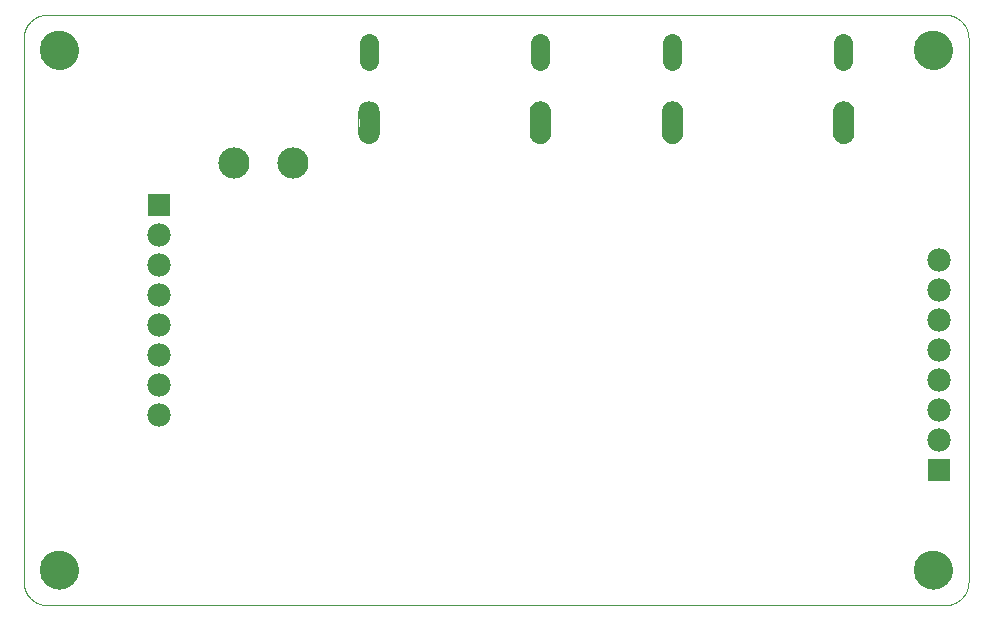
<source format=gbs>
G75*
%MOIN*%
%OFA0B0*%
%FSLAX25Y25*%
%IPPOS*%
%LPD*%
%AMOC8*
5,1,8,0,0,1.08239X$1,22.5*
%
%ADD10C,0.00000*%
%ADD11C,0.12900*%
%ADD12C,0.06306*%
%ADD13C,0.00039*%
%ADD14C,0.10400*%
%ADD15R,0.07800X0.07800*%
%ADD16C,0.07800*%
D10*
X0044888Y0146728D02*
X0344100Y0146728D01*
X0344290Y0146730D01*
X0344480Y0146737D01*
X0344670Y0146749D01*
X0344860Y0146765D01*
X0345049Y0146785D01*
X0345238Y0146811D01*
X0345426Y0146840D01*
X0345613Y0146875D01*
X0345799Y0146914D01*
X0345984Y0146957D01*
X0346169Y0147005D01*
X0346352Y0147057D01*
X0346533Y0147113D01*
X0346713Y0147174D01*
X0346892Y0147240D01*
X0347069Y0147309D01*
X0347245Y0147383D01*
X0347418Y0147461D01*
X0347590Y0147544D01*
X0347759Y0147630D01*
X0347927Y0147720D01*
X0348092Y0147815D01*
X0348255Y0147913D01*
X0348415Y0148016D01*
X0348573Y0148122D01*
X0348728Y0148232D01*
X0348881Y0148345D01*
X0349031Y0148463D01*
X0349177Y0148584D01*
X0349321Y0148708D01*
X0349462Y0148836D01*
X0349600Y0148967D01*
X0349735Y0149102D01*
X0349866Y0149240D01*
X0349994Y0149381D01*
X0350118Y0149525D01*
X0350239Y0149671D01*
X0350357Y0149821D01*
X0350470Y0149974D01*
X0350580Y0150129D01*
X0350686Y0150287D01*
X0350789Y0150447D01*
X0350887Y0150610D01*
X0350982Y0150775D01*
X0351072Y0150943D01*
X0351158Y0151112D01*
X0351241Y0151284D01*
X0351319Y0151457D01*
X0351393Y0151633D01*
X0351462Y0151810D01*
X0351528Y0151989D01*
X0351589Y0152169D01*
X0351645Y0152350D01*
X0351697Y0152533D01*
X0351745Y0152718D01*
X0351788Y0152903D01*
X0351827Y0153089D01*
X0351862Y0153276D01*
X0351891Y0153464D01*
X0351917Y0153653D01*
X0351937Y0153842D01*
X0351953Y0154032D01*
X0351965Y0154222D01*
X0351972Y0154412D01*
X0351974Y0154602D01*
X0351974Y0335705D01*
X0351972Y0335895D01*
X0351965Y0336085D01*
X0351953Y0336275D01*
X0351937Y0336465D01*
X0351917Y0336654D01*
X0351891Y0336843D01*
X0351862Y0337031D01*
X0351827Y0337218D01*
X0351788Y0337404D01*
X0351745Y0337589D01*
X0351697Y0337774D01*
X0351645Y0337957D01*
X0351589Y0338138D01*
X0351528Y0338318D01*
X0351462Y0338497D01*
X0351393Y0338674D01*
X0351319Y0338850D01*
X0351241Y0339023D01*
X0351158Y0339195D01*
X0351072Y0339364D01*
X0350982Y0339532D01*
X0350887Y0339697D01*
X0350789Y0339860D01*
X0350686Y0340020D01*
X0350580Y0340178D01*
X0350470Y0340333D01*
X0350357Y0340486D01*
X0350239Y0340636D01*
X0350118Y0340782D01*
X0349994Y0340926D01*
X0349866Y0341067D01*
X0349735Y0341205D01*
X0349600Y0341340D01*
X0349462Y0341471D01*
X0349321Y0341599D01*
X0349177Y0341723D01*
X0349031Y0341844D01*
X0348881Y0341962D01*
X0348728Y0342075D01*
X0348573Y0342185D01*
X0348415Y0342291D01*
X0348255Y0342394D01*
X0348092Y0342492D01*
X0347927Y0342587D01*
X0347759Y0342677D01*
X0347590Y0342763D01*
X0347418Y0342846D01*
X0347245Y0342924D01*
X0347069Y0342998D01*
X0346892Y0343067D01*
X0346713Y0343133D01*
X0346533Y0343194D01*
X0346352Y0343250D01*
X0346169Y0343302D01*
X0345984Y0343350D01*
X0345799Y0343393D01*
X0345613Y0343432D01*
X0345426Y0343467D01*
X0345238Y0343496D01*
X0345049Y0343522D01*
X0344860Y0343542D01*
X0344670Y0343558D01*
X0344480Y0343570D01*
X0344290Y0343577D01*
X0344100Y0343579D01*
X0044888Y0343579D01*
X0044698Y0343577D01*
X0044508Y0343570D01*
X0044318Y0343558D01*
X0044128Y0343542D01*
X0043939Y0343522D01*
X0043750Y0343496D01*
X0043562Y0343467D01*
X0043375Y0343432D01*
X0043189Y0343393D01*
X0043004Y0343350D01*
X0042819Y0343302D01*
X0042636Y0343250D01*
X0042455Y0343194D01*
X0042275Y0343133D01*
X0042096Y0343067D01*
X0041919Y0342998D01*
X0041743Y0342924D01*
X0041570Y0342846D01*
X0041398Y0342763D01*
X0041229Y0342677D01*
X0041061Y0342587D01*
X0040896Y0342492D01*
X0040733Y0342394D01*
X0040573Y0342291D01*
X0040415Y0342185D01*
X0040260Y0342075D01*
X0040107Y0341962D01*
X0039957Y0341844D01*
X0039811Y0341723D01*
X0039667Y0341599D01*
X0039526Y0341471D01*
X0039388Y0341340D01*
X0039253Y0341205D01*
X0039122Y0341067D01*
X0038994Y0340926D01*
X0038870Y0340782D01*
X0038749Y0340636D01*
X0038631Y0340486D01*
X0038518Y0340333D01*
X0038408Y0340178D01*
X0038302Y0340020D01*
X0038199Y0339860D01*
X0038101Y0339697D01*
X0038006Y0339532D01*
X0037916Y0339364D01*
X0037830Y0339195D01*
X0037747Y0339023D01*
X0037669Y0338850D01*
X0037595Y0338674D01*
X0037526Y0338497D01*
X0037460Y0338318D01*
X0037399Y0338138D01*
X0037343Y0337957D01*
X0037291Y0337774D01*
X0037243Y0337589D01*
X0037200Y0337404D01*
X0037161Y0337218D01*
X0037126Y0337031D01*
X0037097Y0336843D01*
X0037071Y0336654D01*
X0037051Y0336465D01*
X0037035Y0336275D01*
X0037023Y0336085D01*
X0037016Y0335895D01*
X0037014Y0335705D01*
X0037014Y0154602D01*
X0037016Y0154412D01*
X0037023Y0154222D01*
X0037035Y0154032D01*
X0037051Y0153842D01*
X0037071Y0153653D01*
X0037097Y0153464D01*
X0037126Y0153276D01*
X0037161Y0153089D01*
X0037200Y0152903D01*
X0037243Y0152718D01*
X0037291Y0152533D01*
X0037343Y0152350D01*
X0037399Y0152169D01*
X0037460Y0151989D01*
X0037526Y0151810D01*
X0037595Y0151633D01*
X0037669Y0151457D01*
X0037747Y0151284D01*
X0037830Y0151112D01*
X0037916Y0150943D01*
X0038006Y0150775D01*
X0038101Y0150610D01*
X0038199Y0150447D01*
X0038302Y0150287D01*
X0038408Y0150129D01*
X0038518Y0149974D01*
X0038631Y0149821D01*
X0038749Y0149671D01*
X0038870Y0149525D01*
X0038994Y0149381D01*
X0039122Y0149240D01*
X0039253Y0149102D01*
X0039388Y0148967D01*
X0039526Y0148836D01*
X0039667Y0148708D01*
X0039811Y0148584D01*
X0039957Y0148463D01*
X0040107Y0148345D01*
X0040260Y0148232D01*
X0040415Y0148122D01*
X0040573Y0148016D01*
X0040733Y0147913D01*
X0040896Y0147815D01*
X0041061Y0147720D01*
X0041229Y0147630D01*
X0041398Y0147544D01*
X0041570Y0147461D01*
X0041743Y0147383D01*
X0041919Y0147309D01*
X0042096Y0147240D01*
X0042275Y0147174D01*
X0042455Y0147113D01*
X0042636Y0147057D01*
X0042819Y0147005D01*
X0043004Y0146957D01*
X0043189Y0146914D01*
X0043375Y0146875D01*
X0043562Y0146840D01*
X0043750Y0146811D01*
X0043939Y0146785D01*
X0044128Y0146765D01*
X0044318Y0146749D01*
X0044508Y0146737D01*
X0044698Y0146730D01*
X0044888Y0146728D01*
X0042575Y0158539D02*
X0042577Y0158697D01*
X0042583Y0158854D01*
X0042593Y0159012D01*
X0042607Y0159169D01*
X0042625Y0159325D01*
X0042646Y0159482D01*
X0042672Y0159637D01*
X0042702Y0159792D01*
X0042735Y0159946D01*
X0042773Y0160099D01*
X0042814Y0160252D01*
X0042859Y0160403D01*
X0042908Y0160553D01*
X0042961Y0160701D01*
X0043017Y0160849D01*
X0043078Y0160994D01*
X0043141Y0161139D01*
X0043209Y0161281D01*
X0043280Y0161422D01*
X0043354Y0161561D01*
X0043432Y0161698D01*
X0043514Y0161833D01*
X0043598Y0161966D01*
X0043687Y0162097D01*
X0043778Y0162225D01*
X0043873Y0162352D01*
X0043970Y0162475D01*
X0044071Y0162597D01*
X0044175Y0162715D01*
X0044282Y0162831D01*
X0044392Y0162944D01*
X0044504Y0163055D01*
X0044620Y0163162D01*
X0044738Y0163267D01*
X0044858Y0163369D01*
X0044981Y0163467D01*
X0045107Y0163563D01*
X0045235Y0163655D01*
X0045365Y0163744D01*
X0045497Y0163830D01*
X0045632Y0163912D01*
X0045769Y0163991D01*
X0045907Y0164066D01*
X0046047Y0164138D01*
X0046190Y0164206D01*
X0046333Y0164271D01*
X0046479Y0164332D01*
X0046626Y0164389D01*
X0046774Y0164443D01*
X0046924Y0164493D01*
X0047074Y0164539D01*
X0047226Y0164581D01*
X0047379Y0164620D01*
X0047533Y0164654D01*
X0047688Y0164685D01*
X0047843Y0164711D01*
X0047999Y0164734D01*
X0048156Y0164753D01*
X0048313Y0164768D01*
X0048470Y0164779D01*
X0048628Y0164786D01*
X0048786Y0164789D01*
X0048943Y0164788D01*
X0049101Y0164783D01*
X0049258Y0164774D01*
X0049416Y0164761D01*
X0049572Y0164744D01*
X0049729Y0164723D01*
X0049884Y0164699D01*
X0050039Y0164670D01*
X0050194Y0164637D01*
X0050347Y0164601D01*
X0050500Y0164560D01*
X0050651Y0164516D01*
X0050801Y0164468D01*
X0050950Y0164417D01*
X0051098Y0164361D01*
X0051244Y0164302D01*
X0051389Y0164239D01*
X0051532Y0164172D01*
X0051673Y0164102D01*
X0051812Y0164029D01*
X0051950Y0163952D01*
X0052086Y0163871D01*
X0052219Y0163787D01*
X0052350Y0163700D01*
X0052479Y0163609D01*
X0052606Y0163515D01*
X0052731Y0163418D01*
X0052852Y0163318D01*
X0052972Y0163215D01*
X0053088Y0163109D01*
X0053202Y0163000D01*
X0053314Y0162888D01*
X0053422Y0162774D01*
X0053527Y0162656D01*
X0053630Y0162536D01*
X0053729Y0162414D01*
X0053825Y0162289D01*
X0053918Y0162161D01*
X0054008Y0162032D01*
X0054094Y0161900D01*
X0054178Y0161766D01*
X0054257Y0161630D01*
X0054334Y0161492D01*
X0054406Y0161352D01*
X0054475Y0161210D01*
X0054541Y0161067D01*
X0054603Y0160922D01*
X0054661Y0160775D01*
X0054716Y0160627D01*
X0054767Y0160478D01*
X0054814Y0160327D01*
X0054857Y0160176D01*
X0054896Y0160023D01*
X0054932Y0159869D01*
X0054963Y0159715D01*
X0054991Y0159560D01*
X0055015Y0159404D01*
X0055035Y0159247D01*
X0055051Y0159090D01*
X0055063Y0158933D01*
X0055071Y0158776D01*
X0055075Y0158618D01*
X0055075Y0158460D01*
X0055071Y0158302D01*
X0055063Y0158145D01*
X0055051Y0157988D01*
X0055035Y0157831D01*
X0055015Y0157674D01*
X0054991Y0157518D01*
X0054963Y0157363D01*
X0054932Y0157209D01*
X0054896Y0157055D01*
X0054857Y0156902D01*
X0054814Y0156751D01*
X0054767Y0156600D01*
X0054716Y0156451D01*
X0054661Y0156303D01*
X0054603Y0156156D01*
X0054541Y0156011D01*
X0054475Y0155868D01*
X0054406Y0155726D01*
X0054334Y0155586D01*
X0054257Y0155448D01*
X0054178Y0155312D01*
X0054094Y0155178D01*
X0054008Y0155046D01*
X0053918Y0154917D01*
X0053825Y0154789D01*
X0053729Y0154664D01*
X0053630Y0154542D01*
X0053527Y0154422D01*
X0053422Y0154304D01*
X0053314Y0154190D01*
X0053202Y0154078D01*
X0053088Y0153969D01*
X0052972Y0153863D01*
X0052852Y0153760D01*
X0052731Y0153660D01*
X0052606Y0153563D01*
X0052479Y0153469D01*
X0052350Y0153378D01*
X0052219Y0153291D01*
X0052086Y0153207D01*
X0051950Y0153126D01*
X0051812Y0153049D01*
X0051673Y0152976D01*
X0051532Y0152906D01*
X0051389Y0152839D01*
X0051244Y0152776D01*
X0051098Y0152717D01*
X0050950Y0152661D01*
X0050801Y0152610D01*
X0050651Y0152562D01*
X0050500Y0152518D01*
X0050347Y0152477D01*
X0050194Y0152441D01*
X0050039Y0152408D01*
X0049884Y0152379D01*
X0049729Y0152355D01*
X0049572Y0152334D01*
X0049416Y0152317D01*
X0049258Y0152304D01*
X0049101Y0152295D01*
X0048943Y0152290D01*
X0048786Y0152289D01*
X0048628Y0152292D01*
X0048470Y0152299D01*
X0048313Y0152310D01*
X0048156Y0152325D01*
X0047999Y0152344D01*
X0047843Y0152367D01*
X0047688Y0152393D01*
X0047533Y0152424D01*
X0047379Y0152458D01*
X0047226Y0152497D01*
X0047074Y0152539D01*
X0046924Y0152585D01*
X0046774Y0152635D01*
X0046626Y0152689D01*
X0046479Y0152746D01*
X0046333Y0152807D01*
X0046190Y0152872D01*
X0046047Y0152940D01*
X0045907Y0153012D01*
X0045769Y0153087D01*
X0045632Y0153166D01*
X0045497Y0153248D01*
X0045365Y0153334D01*
X0045235Y0153423D01*
X0045107Y0153515D01*
X0044981Y0153611D01*
X0044858Y0153709D01*
X0044738Y0153811D01*
X0044620Y0153916D01*
X0044504Y0154023D01*
X0044392Y0154134D01*
X0044282Y0154247D01*
X0044175Y0154363D01*
X0044071Y0154481D01*
X0043970Y0154603D01*
X0043873Y0154726D01*
X0043778Y0154853D01*
X0043687Y0154981D01*
X0043598Y0155112D01*
X0043514Y0155245D01*
X0043432Y0155380D01*
X0043354Y0155517D01*
X0043280Y0155656D01*
X0043209Y0155797D01*
X0043141Y0155939D01*
X0043078Y0156084D01*
X0043017Y0156229D01*
X0042961Y0156377D01*
X0042908Y0156525D01*
X0042859Y0156675D01*
X0042814Y0156826D01*
X0042773Y0156979D01*
X0042735Y0157132D01*
X0042702Y0157286D01*
X0042672Y0157441D01*
X0042646Y0157596D01*
X0042625Y0157753D01*
X0042607Y0157909D01*
X0042593Y0158066D01*
X0042583Y0158224D01*
X0042577Y0158381D01*
X0042575Y0158539D01*
X0042575Y0331768D02*
X0042577Y0331926D01*
X0042583Y0332083D01*
X0042593Y0332241D01*
X0042607Y0332398D01*
X0042625Y0332554D01*
X0042646Y0332711D01*
X0042672Y0332866D01*
X0042702Y0333021D01*
X0042735Y0333175D01*
X0042773Y0333328D01*
X0042814Y0333481D01*
X0042859Y0333632D01*
X0042908Y0333782D01*
X0042961Y0333930D01*
X0043017Y0334078D01*
X0043078Y0334223D01*
X0043141Y0334368D01*
X0043209Y0334510D01*
X0043280Y0334651D01*
X0043354Y0334790D01*
X0043432Y0334927D01*
X0043514Y0335062D01*
X0043598Y0335195D01*
X0043687Y0335326D01*
X0043778Y0335454D01*
X0043873Y0335581D01*
X0043970Y0335704D01*
X0044071Y0335826D01*
X0044175Y0335944D01*
X0044282Y0336060D01*
X0044392Y0336173D01*
X0044504Y0336284D01*
X0044620Y0336391D01*
X0044738Y0336496D01*
X0044858Y0336598D01*
X0044981Y0336696D01*
X0045107Y0336792D01*
X0045235Y0336884D01*
X0045365Y0336973D01*
X0045497Y0337059D01*
X0045632Y0337141D01*
X0045769Y0337220D01*
X0045907Y0337295D01*
X0046047Y0337367D01*
X0046190Y0337435D01*
X0046333Y0337500D01*
X0046479Y0337561D01*
X0046626Y0337618D01*
X0046774Y0337672D01*
X0046924Y0337722D01*
X0047074Y0337768D01*
X0047226Y0337810D01*
X0047379Y0337849D01*
X0047533Y0337883D01*
X0047688Y0337914D01*
X0047843Y0337940D01*
X0047999Y0337963D01*
X0048156Y0337982D01*
X0048313Y0337997D01*
X0048470Y0338008D01*
X0048628Y0338015D01*
X0048786Y0338018D01*
X0048943Y0338017D01*
X0049101Y0338012D01*
X0049258Y0338003D01*
X0049416Y0337990D01*
X0049572Y0337973D01*
X0049729Y0337952D01*
X0049884Y0337928D01*
X0050039Y0337899D01*
X0050194Y0337866D01*
X0050347Y0337830D01*
X0050500Y0337789D01*
X0050651Y0337745D01*
X0050801Y0337697D01*
X0050950Y0337646D01*
X0051098Y0337590D01*
X0051244Y0337531D01*
X0051389Y0337468D01*
X0051532Y0337401D01*
X0051673Y0337331D01*
X0051812Y0337258D01*
X0051950Y0337181D01*
X0052086Y0337100D01*
X0052219Y0337016D01*
X0052350Y0336929D01*
X0052479Y0336838D01*
X0052606Y0336744D01*
X0052731Y0336647D01*
X0052852Y0336547D01*
X0052972Y0336444D01*
X0053088Y0336338D01*
X0053202Y0336229D01*
X0053314Y0336117D01*
X0053422Y0336003D01*
X0053527Y0335885D01*
X0053630Y0335765D01*
X0053729Y0335643D01*
X0053825Y0335518D01*
X0053918Y0335390D01*
X0054008Y0335261D01*
X0054094Y0335129D01*
X0054178Y0334995D01*
X0054257Y0334859D01*
X0054334Y0334721D01*
X0054406Y0334581D01*
X0054475Y0334439D01*
X0054541Y0334296D01*
X0054603Y0334151D01*
X0054661Y0334004D01*
X0054716Y0333856D01*
X0054767Y0333707D01*
X0054814Y0333556D01*
X0054857Y0333405D01*
X0054896Y0333252D01*
X0054932Y0333098D01*
X0054963Y0332944D01*
X0054991Y0332789D01*
X0055015Y0332633D01*
X0055035Y0332476D01*
X0055051Y0332319D01*
X0055063Y0332162D01*
X0055071Y0332005D01*
X0055075Y0331847D01*
X0055075Y0331689D01*
X0055071Y0331531D01*
X0055063Y0331374D01*
X0055051Y0331217D01*
X0055035Y0331060D01*
X0055015Y0330903D01*
X0054991Y0330747D01*
X0054963Y0330592D01*
X0054932Y0330438D01*
X0054896Y0330284D01*
X0054857Y0330131D01*
X0054814Y0329980D01*
X0054767Y0329829D01*
X0054716Y0329680D01*
X0054661Y0329532D01*
X0054603Y0329385D01*
X0054541Y0329240D01*
X0054475Y0329097D01*
X0054406Y0328955D01*
X0054334Y0328815D01*
X0054257Y0328677D01*
X0054178Y0328541D01*
X0054094Y0328407D01*
X0054008Y0328275D01*
X0053918Y0328146D01*
X0053825Y0328018D01*
X0053729Y0327893D01*
X0053630Y0327771D01*
X0053527Y0327651D01*
X0053422Y0327533D01*
X0053314Y0327419D01*
X0053202Y0327307D01*
X0053088Y0327198D01*
X0052972Y0327092D01*
X0052852Y0326989D01*
X0052731Y0326889D01*
X0052606Y0326792D01*
X0052479Y0326698D01*
X0052350Y0326607D01*
X0052219Y0326520D01*
X0052086Y0326436D01*
X0051950Y0326355D01*
X0051812Y0326278D01*
X0051673Y0326205D01*
X0051532Y0326135D01*
X0051389Y0326068D01*
X0051244Y0326005D01*
X0051098Y0325946D01*
X0050950Y0325890D01*
X0050801Y0325839D01*
X0050651Y0325791D01*
X0050500Y0325747D01*
X0050347Y0325706D01*
X0050194Y0325670D01*
X0050039Y0325637D01*
X0049884Y0325608D01*
X0049729Y0325584D01*
X0049572Y0325563D01*
X0049416Y0325546D01*
X0049258Y0325533D01*
X0049101Y0325524D01*
X0048943Y0325519D01*
X0048786Y0325518D01*
X0048628Y0325521D01*
X0048470Y0325528D01*
X0048313Y0325539D01*
X0048156Y0325554D01*
X0047999Y0325573D01*
X0047843Y0325596D01*
X0047688Y0325622D01*
X0047533Y0325653D01*
X0047379Y0325687D01*
X0047226Y0325726D01*
X0047074Y0325768D01*
X0046924Y0325814D01*
X0046774Y0325864D01*
X0046626Y0325918D01*
X0046479Y0325975D01*
X0046333Y0326036D01*
X0046190Y0326101D01*
X0046047Y0326169D01*
X0045907Y0326241D01*
X0045769Y0326316D01*
X0045632Y0326395D01*
X0045497Y0326477D01*
X0045365Y0326563D01*
X0045235Y0326652D01*
X0045107Y0326744D01*
X0044981Y0326840D01*
X0044858Y0326938D01*
X0044738Y0327040D01*
X0044620Y0327145D01*
X0044504Y0327252D01*
X0044392Y0327363D01*
X0044282Y0327476D01*
X0044175Y0327592D01*
X0044071Y0327710D01*
X0043970Y0327832D01*
X0043873Y0327955D01*
X0043778Y0328082D01*
X0043687Y0328210D01*
X0043598Y0328341D01*
X0043514Y0328474D01*
X0043432Y0328609D01*
X0043354Y0328746D01*
X0043280Y0328885D01*
X0043209Y0329026D01*
X0043141Y0329168D01*
X0043078Y0329313D01*
X0043017Y0329458D01*
X0042961Y0329606D01*
X0042908Y0329754D01*
X0042859Y0329904D01*
X0042814Y0330055D01*
X0042773Y0330208D01*
X0042735Y0330361D01*
X0042702Y0330515D01*
X0042672Y0330670D01*
X0042646Y0330825D01*
X0042625Y0330982D01*
X0042607Y0331138D01*
X0042593Y0331295D01*
X0042583Y0331453D01*
X0042577Y0331610D01*
X0042575Y0331768D01*
X0333913Y0331768D02*
X0333915Y0331926D01*
X0333921Y0332083D01*
X0333931Y0332241D01*
X0333945Y0332398D01*
X0333963Y0332554D01*
X0333984Y0332711D01*
X0334010Y0332866D01*
X0334040Y0333021D01*
X0334073Y0333175D01*
X0334111Y0333328D01*
X0334152Y0333481D01*
X0334197Y0333632D01*
X0334246Y0333782D01*
X0334299Y0333930D01*
X0334355Y0334078D01*
X0334416Y0334223D01*
X0334479Y0334368D01*
X0334547Y0334510D01*
X0334618Y0334651D01*
X0334692Y0334790D01*
X0334770Y0334927D01*
X0334852Y0335062D01*
X0334936Y0335195D01*
X0335025Y0335326D01*
X0335116Y0335454D01*
X0335211Y0335581D01*
X0335308Y0335704D01*
X0335409Y0335826D01*
X0335513Y0335944D01*
X0335620Y0336060D01*
X0335730Y0336173D01*
X0335842Y0336284D01*
X0335958Y0336391D01*
X0336076Y0336496D01*
X0336196Y0336598D01*
X0336319Y0336696D01*
X0336445Y0336792D01*
X0336573Y0336884D01*
X0336703Y0336973D01*
X0336835Y0337059D01*
X0336970Y0337141D01*
X0337107Y0337220D01*
X0337245Y0337295D01*
X0337385Y0337367D01*
X0337528Y0337435D01*
X0337671Y0337500D01*
X0337817Y0337561D01*
X0337964Y0337618D01*
X0338112Y0337672D01*
X0338262Y0337722D01*
X0338412Y0337768D01*
X0338564Y0337810D01*
X0338717Y0337849D01*
X0338871Y0337883D01*
X0339026Y0337914D01*
X0339181Y0337940D01*
X0339337Y0337963D01*
X0339494Y0337982D01*
X0339651Y0337997D01*
X0339808Y0338008D01*
X0339966Y0338015D01*
X0340124Y0338018D01*
X0340281Y0338017D01*
X0340439Y0338012D01*
X0340596Y0338003D01*
X0340754Y0337990D01*
X0340910Y0337973D01*
X0341067Y0337952D01*
X0341222Y0337928D01*
X0341377Y0337899D01*
X0341532Y0337866D01*
X0341685Y0337830D01*
X0341838Y0337789D01*
X0341989Y0337745D01*
X0342139Y0337697D01*
X0342288Y0337646D01*
X0342436Y0337590D01*
X0342582Y0337531D01*
X0342727Y0337468D01*
X0342870Y0337401D01*
X0343011Y0337331D01*
X0343150Y0337258D01*
X0343288Y0337181D01*
X0343424Y0337100D01*
X0343557Y0337016D01*
X0343688Y0336929D01*
X0343817Y0336838D01*
X0343944Y0336744D01*
X0344069Y0336647D01*
X0344190Y0336547D01*
X0344310Y0336444D01*
X0344426Y0336338D01*
X0344540Y0336229D01*
X0344652Y0336117D01*
X0344760Y0336003D01*
X0344865Y0335885D01*
X0344968Y0335765D01*
X0345067Y0335643D01*
X0345163Y0335518D01*
X0345256Y0335390D01*
X0345346Y0335261D01*
X0345432Y0335129D01*
X0345516Y0334995D01*
X0345595Y0334859D01*
X0345672Y0334721D01*
X0345744Y0334581D01*
X0345813Y0334439D01*
X0345879Y0334296D01*
X0345941Y0334151D01*
X0345999Y0334004D01*
X0346054Y0333856D01*
X0346105Y0333707D01*
X0346152Y0333556D01*
X0346195Y0333405D01*
X0346234Y0333252D01*
X0346270Y0333098D01*
X0346301Y0332944D01*
X0346329Y0332789D01*
X0346353Y0332633D01*
X0346373Y0332476D01*
X0346389Y0332319D01*
X0346401Y0332162D01*
X0346409Y0332005D01*
X0346413Y0331847D01*
X0346413Y0331689D01*
X0346409Y0331531D01*
X0346401Y0331374D01*
X0346389Y0331217D01*
X0346373Y0331060D01*
X0346353Y0330903D01*
X0346329Y0330747D01*
X0346301Y0330592D01*
X0346270Y0330438D01*
X0346234Y0330284D01*
X0346195Y0330131D01*
X0346152Y0329980D01*
X0346105Y0329829D01*
X0346054Y0329680D01*
X0345999Y0329532D01*
X0345941Y0329385D01*
X0345879Y0329240D01*
X0345813Y0329097D01*
X0345744Y0328955D01*
X0345672Y0328815D01*
X0345595Y0328677D01*
X0345516Y0328541D01*
X0345432Y0328407D01*
X0345346Y0328275D01*
X0345256Y0328146D01*
X0345163Y0328018D01*
X0345067Y0327893D01*
X0344968Y0327771D01*
X0344865Y0327651D01*
X0344760Y0327533D01*
X0344652Y0327419D01*
X0344540Y0327307D01*
X0344426Y0327198D01*
X0344310Y0327092D01*
X0344190Y0326989D01*
X0344069Y0326889D01*
X0343944Y0326792D01*
X0343817Y0326698D01*
X0343688Y0326607D01*
X0343557Y0326520D01*
X0343424Y0326436D01*
X0343288Y0326355D01*
X0343150Y0326278D01*
X0343011Y0326205D01*
X0342870Y0326135D01*
X0342727Y0326068D01*
X0342582Y0326005D01*
X0342436Y0325946D01*
X0342288Y0325890D01*
X0342139Y0325839D01*
X0341989Y0325791D01*
X0341838Y0325747D01*
X0341685Y0325706D01*
X0341532Y0325670D01*
X0341377Y0325637D01*
X0341222Y0325608D01*
X0341067Y0325584D01*
X0340910Y0325563D01*
X0340754Y0325546D01*
X0340596Y0325533D01*
X0340439Y0325524D01*
X0340281Y0325519D01*
X0340124Y0325518D01*
X0339966Y0325521D01*
X0339808Y0325528D01*
X0339651Y0325539D01*
X0339494Y0325554D01*
X0339337Y0325573D01*
X0339181Y0325596D01*
X0339026Y0325622D01*
X0338871Y0325653D01*
X0338717Y0325687D01*
X0338564Y0325726D01*
X0338412Y0325768D01*
X0338262Y0325814D01*
X0338112Y0325864D01*
X0337964Y0325918D01*
X0337817Y0325975D01*
X0337671Y0326036D01*
X0337528Y0326101D01*
X0337385Y0326169D01*
X0337245Y0326241D01*
X0337107Y0326316D01*
X0336970Y0326395D01*
X0336835Y0326477D01*
X0336703Y0326563D01*
X0336573Y0326652D01*
X0336445Y0326744D01*
X0336319Y0326840D01*
X0336196Y0326938D01*
X0336076Y0327040D01*
X0335958Y0327145D01*
X0335842Y0327252D01*
X0335730Y0327363D01*
X0335620Y0327476D01*
X0335513Y0327592D01*
X0335409Y0327710D01*
X0335308Y0327832D01*
X0335211Y0327955D01*
X0335116Y0328082D01*
X0335025Y0328210D01*
X0334936Y0328341D01*
X0334852Y0328474D01*
X0334770Y0328609D01*
X0334692Y0328746D01*
X0334618Y0328885D01*
X0334547Y0329026D01*
X0334479Y0329168D01*
X0334416Y0329313D01*
X0334355Y0329458D01*
X0334299Y0329606D01*
X0334246Y0329754D01*
X0334197Y0329904D01*
X0334152Y0330055D01*
X0334111Y0330208D01*
X0334073Y0330361D01*
X0334040Y0330515D01*
X0334010Y0330670D01*
X0333984Y0330825D01*
X0333963Y0330982D01*
X0333945Y0331138D01*
X0333931Y0331295D01*
X0333921Y0331453D01*
X0333915Y0331610D01*
X0333913Y0331768D01*
X0333913Y0158539D02*
X0333915Y0158697D01*
X0333921Y0158854D01*
X0333931Y0159012D01*
X0333945Y0159169D01*
X0333963Y0159325D01*
X0333984Y0159482D01*
X0334010Y0159637D01*
X0334040Y0159792D01*
X0334073Y0159946D01*
X0334111Y0160099D01*
X0334152Y0160252D01*
X0334197Y0160403D01*
X0334246Y0160553D01*
X0334299Y0160701D01*
X0334355Y0160849D01*
X0334416Y0160994D01*
X0334479Y0161139D01*
X0334547Y0161281D01*
X0334618Y0161422D01*
X0334692Y0161561D01*
X0334770Y0161698D01*
X0334852Y0161833D01*
X0334936Y0161966D01*
X0335025Y0162097D01*
X0335116Y0162225D01*
X0335211Y0162352D01*
X0335308Y0162475D01*
X0335409Y0162597D01*
X0335513Y0162715D01*
X0335620Y0162831D01*
X0335730Y0162944D01*
X0335842Y0163055D01*
X0335958Y0163162D01*
X0336076Y0163267D01*
X0336196Y0163369D01*
X0336319Y0163467D01*
X0336445Y0163563D01*
X0336573Y0163655D01*
X0336703Y0163744D01*
X0336835Y0163830D01*
X0336970Y0163912D01*
X0337107Y0163991D01*
X0337245Y0164066D01*
X0337385Y0164138D01*
X0337528Y0164206D01*
X0337671Y0164271D01*
X0337817Y0164332D01*
X0337964Y0164389D01*
X0338112Y0164443D01*
X0338262Y0164493D01*
X0338412Y0164539D01*
X0338564Y0164581D01*
X0338717Y0164620D01*
X0338871Y0164654D01*
X0339026Y0164685D01*
X0339181Y0164711D01*
X0339337Y0164734D01*
X0339494Y0164753D01*
X0339651Y0164768D01*
X0339808Y0164779D01*
X0339966Y0164786D01*
X0340124Y0164789D01*
X0340281Y0164788D01*
X0340439Y0164783D01*
X0340596Y0164774D01*
X0340754Y0164761D01*
X0340910Y0164744D01*
X0341067Y0164723D01*
X0341222Y0164699D01*
X0341377Y0164670D01*
X0341532Y0164637D01*
X0341685Y0164601D01*
X0341838Y0164560D01*
X0341989Y0164516D01*
X0342139Y0164468D01*
X0342288Y0164417D01*
X0342436Y0164361D01*
X0342582Y0164302D01*
X0342727Y0164239D01*
X0342870Y0164172D01*
X0343011Y0164102D01*
X0343150Y0164029D01*
X0343288Y0163952D01*
X0343424Y0163871D01*
X0343557Y0163787D01*
X0343688Y0163700D01*
X0343817Y0163609D01*
X0343944Y0163515D01*
X0344069Y0163418D01*
X0344190Y0163318D01*
X0344310Y0163215D01*
X0344426Y0163109D01*
X0344540Y0163000D01*
X0344652Y0162888D01*
X0344760Y0162774D01*
X0344865Y0162656D01*
X0344968Y0162536D01*
X0345067Y0162414D01*
X0345163Y0162289D01*
X0345256Y0162161D01*
X0345346Y0162032D01*
X0345432Y0161900D01*
X0345516Y0161766D01*
X0345595Y0161630D01*
X0345672Y0161492D01*
X0345744Y0161352D01*
X0345813Y0161210D01*
X0345879Y0161067D01*
X0345941Y0160922D01*
X0345999Y0160775D01*
X0346054Y0160627D01*
X0346105Y0160478D01*
X0346152Y0160327D01*
X0346195Y0160176D01*
X0346234Y0160023D01*
X0346270Y0159869D01*
X0346301Y0159715D01*
X0346329Y0159560D01*
X0346353Y0159404D01*
X0346373Y0159247D01*
X0346389Y0159090D01*
X0346401Y0158933D01*
X0346409Y0158776D01*
X0346413Y0158618D01*
X0346413Y0158460D01*
X0346409Y0158302D01*
X0346401Y0158145D01*
X0346389Y0157988D01*
X0346373Y0157831D01*
X0346353Y0157674D01*
X0346329Y0157518D01*
X0346301Y0157363D01*
X0346270Y0157209D01*
X0346234Y0157055D01*
X0346195Y0156902D01*
X0346152Y0156751D01*
X0346105Y0156600D01*
X0346054Y0156451D01*
X0345999Y0156303D01*
X0345941Y0156156D01*
X0345879Y0156011D01*
X0345813Y0155868D01*
X0345744Y0155726D01*
X0345672Y0155586D01*
X0345595Y0155448D01*
X0345516Y0155312D01*
X0345432Y0155178D01*
X0345346Y0155046D01*
X0345256Y0154917D01*
X0345163Y0154789D01*
X0345067Y0154664D01*
X0344968Y0154542D01*
X0344865Y0154422D01*
X0344760Y0154304D01*
X0344652Y0154190D01*
X0344540Y0154078D01*
X0344426Y0153969D01*
X0344310Y0153863D01*
X0344190Y0153760D01*
X0344069Y0153660D01*
X0343944Y0153563D01*
X0343817Y0153469D01*
X0343688Y0153378D01*
X0343557Y0153291D01*
X0343424Y0153207D01*
X0343288Y0153126D01*
X0343150Y0153049D01*
X0343011Y0152976D01*
X0342870Y0152906D01*
X0342727Y0152839D01*
X0342582Y0152776D01*
X0342436Y0152717D01*
X0342288Y0152661D01*
X0342139Y0152610D01*
X0341989Y0152562D01*
X0341838Y0152518D01*
X0341685Y0152477D01*
X0341532Y0152441D01*
X0341377Y0152408D01*
X0341222Y0152379D01*
X0341067Y0152355D01*
X0340910Y0152334D01*
X0340754Y0152317D01*
X0340596Y0152304D01*
X0340439Y0152295D01*
X0340281Y0152290D01*
X0340124Y0152289D01*
X0339966Y0152292D01*
X0339808Y0152299D01*
X0339651Y0152310D01*
X0339494Y0152325D01*
X0339337Y0152344D01*
X0339181Y0152367D01*
X0339026Y0152393D01*
X0338871Y0152424D01*
X0338717Y0152458D01*
X0338564Y0152497D01*
X0338412Y0152539D01*
X0338262Y0152585D01*
X0338112Y0152635D01*
X0337964Y0152689D01*
X0337817Y0152746D01*
X0337671Y0152807D01*
X0337528Y0152872D01*
X0337385Y0152940D01*
X0337245Y0153012D01*
X0337107Y0153087D01*
X0336970Y0153166D01*
X0336835Y0153248D01*
X0336703Y0153334D01*
X0336573Y0153423D01*
X0336445Y0153515D01*
X0336319Y0153611D01*
X0336196Y0153709D01*
X0336076Y0153811D01*
X0335958Y0153916D01*
X0335842Y0154023D01*
X0335730Y0154134D01*
X0335620Y0154247D01*
X0335513Y0154363D01*
X0335409Y0154481D01*
X0335308Y0154603D01*
X0335211Y0154726D01*
X0335116Y0154853D01*
X0335025Y0154981D01*
X0334936Y0155112D01*
X0334852Y0155245D01*
X0334770Y0155380D01*
X0334692Y0155517D01*
X0334618Y0155656D01*
X0334547Y0155797D01*
X0334479Y0155939D01*
X0334416Y0156084D01*
X0334355Y0156229D01*
X0334299Y0156377D01*
X0334246Y0156525D01*
X0334197Y0156675D01*
X0334152Y0156826D01*
X0334111Y0156979D01*
X0334073Y0157132D01*
X0334040Y0157286D01*
X0334010Y0157441D01*
X0333984Y0157596D01*
X0333963Y0157753D01*
X0333945Y0157909D01*
X0333931Y0158066D01*
X0333921Y0158224D01*
X0333915Y0158381D01*
X0333913Y0158539D01*
D11*
X0340163Y0158539D03*
X0340163Y0331768D03*
X0048825Y0331768D03*
X0048825Y0158539D03*
D12*
X0151974Y0304799D02*
X0151974Y0310705D01*
X0151974Y0328264D02*
X0151974Y0334169D01*
X0209061Y0334169D02*
X0209061Y0328264D01*
X0209061Y0310705D02*
X0209061Y0304799D01*
X0253155Y0304799D02*
X0253155Y0310705D01*
X0253155Y0328264D02*
X0253155Y0334169D01*
X0310242Y0334169D02*
X0310242Y0328264D01*
X0310242Y0310705D02*
X0310242Y0304799D01*
D13*
X0306896Y0304807D02*
X0313588Y0304807D01*
X0313588Y0304770D02*
X0306896Y0304770D01*
X0306896Y0304732D02*
X0313588Y0304732D01*
X0313588Y0304694D02*
X0306896Y0304694D01*
X0306896Y0304656D02*
X0313588Y0304656D01*
X0313588Y0304618D02*
X0306896Y0304618D01*
X0306896Y0304580D02*
X0313588Y0304580D01*
X0313588Y0304542D02*
X0306896Y0304542D01*
X0306896Y0304504D02*
X0313588Y0304504D01*
X0313588Y0304466D02*
X0306896Y0304466D01*
X0306896Y0304429D02*
X0313588Y0304429D01*
X0313588Y0304391D02*
X0306896Y0304391D01*
X0306896Y0304353D02*
X0313588Y0304353D01*
X0313588Y0304315D02*
X0306896Y0304315D01*
X0306896Y0304277D02*
X0313588Y0304277D01*
X0313588Y0304239D02*
X0306896Y0304239D01*
X0306896Y0304209D02*
X0306896Y0305980D01*
X0306896Y0309012D01*
X0313588Y0309012D01*
X0313588Y0305980D01*
X0306896Y0305980D01*
X0306896Y0305944D02*
X0313588Y0305944D01*
X0313588Y0305980D02*
X0313588Y0304209D01*
X0313524Y0303556D01*
X0313334Y0302928D01*
X0313025Y0302349D01*
X0312608Y0301842D01*
X0312101Y0301426D01*
X0311523Y0301117D01*
X0310895Y0300927D01*
X0310242Y0300862D01*
X0309589Y0300927D01*
X0308961Y0301117D01*
X0308383Y0301426D01*
X0307876Y0301842D01*
X0307460Y0302349D01*
X0307150Y0302928D01*
X0306960Y0303556D01*
X0306896Y0304209D01*
X0306896Y0304201D02*
X0313588Y0304201D01*
X0313584Y0304163D02*
X0306900Y0304163D01*
X0306904Y0304126D02*
X0313580Y0304126D01*
X0313577Y0304088D02*
X0306908Y0304088D01*
X0306911Y0304050D02*
X0313573Y0304050D01*
X0313569Y0304012D02*
X0306915Y0304012D01*
X0306919Y0303974D02*
X0313565Y0303974D01*
X0313562Y0303936D02*
X0306922Y0303936D01*
X0306926Y0303898D02*
X0313558Y0303898D01*
X0313554Y0303860D02*
X0306930Y0303860D01*
X0306934Y0303823D02*
X0313550Y0303823D01*
X0313547Y0303785D02*
X0306937Y0303785D01*
X0306941Y0303747D02*
X0313543Y0303747D01*
X0313539Y0303709D02*
X0306945Y0303709D01*
X0306949Y0303671D02*
X0313536Y0303671D01*
X0313532Y0303633D02*
X0306952Y0303633D01*
X0306956Y0303595D02*
X0313528Y0303595D01*
X0313524Y0303557D02*
X0306960Y0303557D01*
X0306971Y0303519D02*
X0313513Y0303519D01*
X0313502Y0303482D02*
X0306982Y0303482D01*
X0306994Y0303444D02*
X0313490Y0303444D01*
X0313479Y0303406D02*
X0307005Y0303406D01*
X0307017Y0303368D02*
X0313467Y0303368D01*
X0313456Y0303330D02*
X0307028Y0303330D01*
X0307040Y0303292D02*
X0313444Y0303292D01*
X0313433Y0303254D02*
X0307051Y0303254D01*
X0307063Y0303216D02*
X0313421Y0303216D01*
X0313410Y0303179D02*
X0307074Y0303179D01*
X0307086Y0303141D02*
X0313398Y0303141D01*
X0313387Y0303103D02*
X0307097Y0303103D01*
X0307109Y0303065D02*
X0313375Y0303065D01*
X0313364Y0303027D02*
X0307120Y0303027D01*
X0307132Y0302989D02*
X0313352Y0302989D01*
X0313341Y0302951D02*
X0307143Y0302951D01*
X0307158Y0302913D02*
X0313326Y0302913D01*
X0313306Y0302875D02*
X0307178Y0302875D01*
X0307199Y0302838D02*
X0313285Y0302838D01*
X0313265Y0302800D02*
X0307219Y0302800D01*
X0307239Y0302762D02*
X0313245Y0302762D01*
X0313225Y0302724D02*
X0307259Y0302724D01*
X0307280Y0302686D02*
X0313204Y0302686D01*
X0313184Y0302648D02*
X0307300Y0302648D01*
X0307320Y0302610D02*
X0313164Y0302610D01*
X0313144Y0302572D02*
X0307340Y0302572D01*
X0307361Y0302535D02*
X0313123Y0302535D01*
X0313103Y0302497D02*
X0307381Y0302497D01*
X0307401Y0302459D02*
X0313083Y0302459D01*
X0313063Y0302421D02*
X0307421Y0302421D01*
X0307442Y0302383D02*
X0313042Y0302383D01*
X0313021Y0302345D02*
X0307463Y0302345D01*
X0307494Y0302307D02*
X0312990Y0302307D01*
X0312959Y0302269D02*
X0307525Y0302269D01*
X0307556Y0302231D02*
X0312928Y0302231D01*
X0312897Y0302194D02*
X0307587Y0302194D01*
X0307619Y0302156D02*
X0312866Y0302156D01*
X0312834Y0302118D02*
X0307650Y0302118D01*
X0307681Y0302080D02*
X0312803Y0302080D01*
X0312772Y0302042D02*
X0307712Y0302042D01*
X0307743Y0302004D02*
X0312741Y0302004D01*
X0312710Y0301966D02*
X0307774Y0301966D01*
X0307805Y0301928D02*
X0312679Y0301928D01*
X0312648Y0301891D02*
X0307836Y0301891D01*
X0307867Y0301853D02*
X0312617Y0301853D01*
X0312575Y0301815D02*
X0307909Y0301815D01*
X0307955Y0301777D02*
X0312529Y0301777D01*
X0312482Y0301739D02*
X0308002Y0301739D01*
X0308048Y0301701D02*
X0312436Y0301701D01*
X0312390Y0301663D02*
X0308094Y0301663D01*
X0308140Y0301625D02*
X0312344Y0301625D01*
X0312298Y0301588D02*
X0308186Y0301588D01*
X0308232Y0301550D02*
X0312252Y0301550D01*
X0312205Y0301512D02*
X0308279Y0301512D01*
X0308325Y0301474D02*
X0312159Y0301474D01*
X0312113Y0301436D02*
X0308371Y0301436D01*
X0308435Y0301398D02*
X0312049Y0301398D01*
X0311978Y0301360D02*
X0308506Y0301360D01*
X0308577Y0301322D02*
X0311907Y0301322D01*
X0311836Y0301284D02*
X0308648Y0301284D01*
X0308719Y0301247D02*
X0311765Y0301247D01*
X0311694Y0301209D02*
X0308790Y0301209D01*
X0308861Y0301171D02*
X0311623Y0301171D01*
X0311553Y0301133D02*
X0308932Y0301133D01*
X0309034Y0301095D02*
X0311450Y0301095D01*
X0311326Y0301057D02*
X0309158Y0301057D01*
X0309283Y0301019D02*
X0311201Y0301019D01*
X0311076Y0300981D02*
X0309408Y0300981D01*
X0309533Y0300944D02*
X0310951Y0300944D01*
X0310683Y0300906D02*
X0309801Y0300906D01*
X0310186Y0300868D02*
X0310298Y0300868D01*
X0313588Y0304845D02*
X0306896Y0304845D01*
X0306896Y0304883D02*
X0313588Y0304883D01*
X0313588Y0304921D02*
X0306896Y0304921D01*
X0306896Y0304959D02*
X0313588Y0304959D01*
X0313588Y0304997D02*
X0306896Y0304997D01*
X0306896Y0305035D02*
X0313588Y0305035D01*
X0313588Y0305073D02*
X0306896Y0305073D01*
X0306896Y0305110D02*
X0313588Y0305110D01*
X0313588Y0305148D02*
X0306896Y0305148D01*
X0306896Y0305186D02*
X0313588Y0305186D01*
X0313588Y0305224D02*
X0306896Y0305224D01*
X0306896Y0305262D02*
X0313588Y0305262D01*
X0313588Y0305300D02*
X0306896Y0305300D01*
X0306896Y0305338D02*
X0313588Y0305338D01*
X0313588Y0305376D02*
X0306896Y0305376D01*
X0306896Y0305414D02*
X0313588Y0305414D01*
X0313588Y0305451D02*
X0306896Y0305451D01*
X0306896Y0305489D02*
X0313588Y0305489D01*
X0313588Y0305527D02*
X0306896Y0305527D01*
X0306896Y0305565D02*
X0313588Y0305565D01*
X0313588Y0305603D02*
X0306896Y0305603D01*
X0306896Y0305641D02*
X0313588Y0305641D01*
X0313588Y0305679D02*
X0306896Y0305679D01*
X0306896Y0305717D02*
X0313588Y0305717D01*
X0313588Y0305754D02*
X0306896Y0305754D01*
X0306896Y0305792D02*
X0313588Y0305792D01*
X0313588Y0305830D02*
X0306896Y0305830D01*
X0306896Y0305868D02*
X0313588Y0305868D01*
X0313588Y0305906D02*
X0306896Y0305906D01*
X0306896Y0309012D02*
X0306896Y0311295D01*
X0306960Y0311948D01*
X0307150Y0312576D01*
X0307460Y0313154D01*
X0307876Y0313662D01*
X0308383Y0314078D01*
X0308961Y0314387D01*
X0309589Y0314577D01*
X0310242Y0314642D01*
X0310895Y0314577D01*
X0311523Y0314387D01*
X0312101Y0314078D01*
X0312608Y0313662D01*
X0313025Y0313154D01*
X0313334Y0312576D01*
X0313524Y0311948D01*
X0313588Y0311295D01*
X0313588Y0309012D01*
X0306896Y0309012D01*
X0306896Y0309050D02*
X0313588Y0309050D01*
X0313588Y0309088D02*
X0306896Y0309088D01*
X0306896Y0309126D02*
X0313588Y0309126D01*
X0313588Y0309164D02*
X0306896Y0309164D01*
X0306896Y0309202D02*
X0313588Y0309202D01*
X0313588Y0309240D02*
X0306896Y0309240D01*
X0306896Y0309277D02*
X0313588Y0309277D01*
X0313588Y0309315D02*
X0306896Y0309315D01*
X0306896Y0309353D02*
X0313588Y0309353D01*
X0313588Y0309391D02*
X0306896Y0309391D01*
X0306896Y0309429D02*
X0313588Y0309429D01*
X0313588Y0309467D02*
X0306896Y0309467D01*
X0306896Y0309505D02*
X0313588Y0309505D01*
X0313588Y0309543D02*
X0306896Y0309543D01*
X0306896Y0309580D02*
X0313588Y0309580D01*
X0313588Y0309618D02*
X0306896Y0309618D01*
X0306896Y0309656D02*
X0313588Y0309656D01*
X0313588Y0309694D02*
X0306896Y0309694D01*
X0306896Y0309732D02*
X0313588Y0309732D01*
X0313588Y0309770D02*
X0306896Y0309770D01*
X0306896Y0309808D02*
X0313588Y0309808D01*
X0313588Y0309846D02*
X0306896Y0309846D01*
X0306896Y0309884D02*
X0313588Y0309884D01*
X0313588Y0309921D02*
X0306896Y0309921D01*
X0306896Y0309959D02*
X0313588Y0309959D01*
X0313588Y0309997D02*
X0306896Y0309997D01*
X0306896Y0310035D02*
X0313588Y0310035D01*
X0313588Y0310073D02*
X0306896Y0310073D01*
X0306896Y0310111D02*
X0313588Y0310111D01*
X0313588Y0310149D02*
X0306896Y0310149D01*
X0306896Y0310187D02*
X0313588Y0310187D01*
X0313588Y0310224D02*
X0306896Y0310224D01*
X0306896Y0310262D02*
X0313588Y0310262D01*
X0313588Y0310300D02*
X0306896Y0310300D01*
X0306896Y0310338D02*
X0313588Y0310338D01*
X0313588Y0310376D02*
X0306896Y0310376D01*
X0306896Y0310414D02*
X0313588Y0310414D01*
X0313588Y0310452D02*
X0306896Y0310452D01*
X0306896Y0310490D02*
X0313588Y0310490D01*
X0313588Y0310528D02*
X0306896Y0310528D01*
X0306896Y0310565D02*
X0313588Y0310565D01*
X0313588Y0310603D02*
X0306896Y0310603D01*
X0306896Y0310641D02*
X0313588Y0310641D01*
X0313588Y0310679D02*
X0306896Y0310679D01*
X0306896Y0310717D02*
X0313588Y0310717D01*
X0313588Y0310755D02*
X0306896Y0310755D01*
X0306896Y0310793D02*
X0313588Y0310793D01*
X0313588Y0310831D02*
X0306896Y0310831D01*
X0306896Y0310868D02*
X0313588Y0310868D01*
X0313588Y0310906D02*
X0306896Y0310906D01*
X0306896Y0310944D02*
X0313588Y0310944D01*
X0313588Y0310982D02*
X0306896Y0310982D01*
X0306896Y0311020D02*
X0313588Y0311020D01*
X0313588Y0311058D02*
X0306896Y0311058D01*
X0306896Y0311096D02*
X0313588Y0311096D01*
X0313588Y0311134D02*
X0306896Y0311134D01*
X0306896Y0311171D02*
X0313588Y0311171D01*
X0313588Y0311209D02*
X0306896Y0311209D01*
X0306896Y0311247D02*
X0313588Y0311247D01*
X0313588Y0311285D02*
X0306896Y0311285D01*
X0306898Y0311323D02*
X0313586Y0311323D01*
X0313582Y0311361D02*
X0306902Y0311361D01*
X0306906Y0311399D02*
X0313578Y0311399D01*
X0313575Y0311437D02*
X0306910Y0311437D01*
X0306913Y0311475D02*
X0313571Y0311475D01*
X0313567Y0311512D02*
X0306917Y0311512D01*
X0306921Y0311550D02*
X0313563Y0311550D01*
X0313560Y0311588D02*
X0306924Y0311588D01*
X0306928Y0311626D02*
X0313556Y0311626D01*
X0313552Y0311664D02*
X0306932Y0311664D01*
X0306936Y0311702D02*
X0313548Y0311702D01*
X0313545Y0311740D02*
X0306939Y0311740D01*
X0306943Y0311778D02*
X0313541Y0311778D01*
X0313537Y0311815D02*
X0306947Y0311815D01*
X0306951Y0311853D02*
X0313534Y0311853D01*
X0313530Y0311891D02*
X0306954Y0311891D01*
X0306958Y0311929D02*
X0313526Y0311929D01*
X0313518Y0311967D02*
X0306966Y0311967D01*
X0306977Y0312005D02*
X0313507Y0312005D01*
X0313495Y0312043D02*
X0306989Y0312043D01*
X0307000Y0312081D02*
X0313484Y0312081D01*
X0313473Y0312119D02*
X0307012Y0312119D01*
X0307023Y0312156D02*
X0313461Y0312156D01*
X0313450Y0312194D02*
X0307035Y0312194D01*
X0307046Y0312232D02*
X0313438Y0312232D01*
X0313427Y0312270D02*
X0307058Y0312270D01*
X0307069Y0312308D02*
X0313415Y0312308D01*
X0313404Y0312346D02*
X0307081Y0312346D01*
X0307092Y0312384D02*
X0313392Y0312384D01*
X0313381Y0312422D02*
X0307104Y0312422D01*
X0307115Y0312459D02*
X0313369Y0312459D01*
X0313358Y0312497D02*
X0307126Y0312497D01*
X0307138Y0312535D02*
X0313346Y0312535D01*
X0313335Y0312573D02*
X0307149Y0312573D01*
X0307169Y0312611D02*
X0313315Y0312611D01*
X0313295Y0312649D02*
X0307189Y0312649D01*
X0307210Y0312687D02*
X0313275Y0312687D01*
X0313254Y0312725D02*
X0307230Y0312725D01*
X0307250Y0312763D02*
X0313234Y0312763D01*
X0313214Y0312800D02*
X0307270Y0312800D01*
X0307291Y0312838D02*
X0313194Y0312838D01*
X0313173Y0312876D02*
X0307311Y0312876D01*
X0307331Y0312914D02*
X0313153Y0312914D01*
X0313133Y0312952D02*
X0307351Y0312952D01*
X0307372Y0312990D02*
X0313113Y0312990D01*
X0313092Y0313028D02*
X0307392Y0313028D01*
X0307412Y0313066D02*
X0313072Y0313066D01*
X0313052Y0313103D02*
X0307432Y0313103D01*
X0307453Y0313141D02*
X0313032Y0313141D01*
X0313004Y0313179D02*
X0307480Y0313179D01*
X0307511Y0313217D02*
X0312973Y0313217D01*
X0312942Y0313255D02*
X0307542Y0313255D01*
X0307573Y0313293D02*
X0312911Y0313293D01*
X0312880Y0313331D02*
X0307604Y0313331D01*
X0307635Y0313369D02*
X0312849Y0313369D01*
X0312818Y0313406D02*
X0307666Y0313406D01*
X0307697Y0313444D02*
X0312787Y0313444D01*
X0312756Y0313482D02*
X0307729Y0313482D01*
X0307760Y0313520D02*
X0312724Y0313520D01*
X0312693Y0313558D02*
X0307791Y0313558D01*
X0307822Y0313596D02*
X0312662Y0313596D01*
X0312631Y0313634D02*
X0307853Y0313634D01*
X0307888Y0313672D02*
X0312596Y0313672D01*
X0312550Y0313710D02*
X0307934Y0313710D01*
X0307980Y0313747D02*
X0312504Y0313747D01*
X0312458Y0313785D02*
X0308027Y0313785D01*
X0308073Y0313823D02*
X0312411Y0313823D01*
X0312365Y0313861D02*
X0308119Y0313861D01*
X0308165Y0313899D02*
X0312319Y0313899D01*
X0312273Y0313937D02*
X0308211Y0313937D01*
X0308257Y0313975D02*
X0312227Y0313975D01*
X0312181Y0314013D02*
X0308303Y0314013D01*
X0308350Y0314050D02*
X0312134Y0314050D01*
X0312081Y0314088D02*
X0308403Y0314088D01*
X0308474Y0314126D02*
X0312011Y0314126D01*
X0311940Y0314164D02*
X0308544Y0314164D01*
X0308615Y0314202D02*
X0311869Y0314202D01*
X0311798Y0314240D02*
X0308686Y0314240D01*
X0308757Y0314278D02*
X0311727Y0314278D01*
X0311656Y0314316D02*
X0308828Y0314316D01*
X0308899Y0314354D02*
X0311585Y0314354D01*
X0311508Y0314391D02*
X0308976Y0314391D01*
X0309101Y0314429D02*
X0311383Y0314429D01*
X0311258Y0314467D02*
X0309226Y0314467D01*
X0309351Y0314505D02*
X0311134Y0314505D01*
X0311009Y0314543D02*
X0309475Y0314543D01*
X0309624Y0314581D02*
X0310861Y0314581D01*
X0310476Y0314619D02*
X0310008Y0314619D01*
X0256502Y0311295D02*
X0256502Y0309012D01*
X0256502Y0305980D01*
X0249809Y0305980D01*
X0249809Y0309012D01*
X0256502Y0309012D01*
X0249809Y0309012D01*
X0249809Y0311295D01*
X0249873Y0311948D01*
X0250064Y0312576D01*
X0250373Y0313154D01*
X0250789Y0313662D01*
X0251296Y0314078D01*
X0251875Y0314387D01*
X0252503Y0314577D01*
X0253155Y0314642D01*
X0253808Y0314577D01*
X0254436Y0314387D01*
X0255015Y0314078D01*
X0255522Y0313662D01*
X0255938Y0313154D01*
X0256247Y0312576D01*
X0256438Y0311948D01*
X0256502Y0311295D01*
X0256502Y0311285D02*
X0249809Y0311285D01*
X0249809Y0311247D02*
X0256502Y0311247D01*
X0256502Y0311209D02*
X0249809Y0311209D01*
X0249809Y0311171D02*
X0256502Y0311171D01*
X0256502Y0311134D02*
X0249809Y0311134D01*
X0249809Y0311096D02*
X0256502Y0311096D01*
X0256502Y0311058D02*
X0249809Y0311058D01*
X0249809Y0311020D02*
X0256502Y0311020D01*
X0256502Y0310982D02*
X0249809Y0310982D01*
X0249809Y0310944D02*
X0256502Y0310944D01*
X0256502Y0310906D02*
X0249809Y0310906D01*
X0249809Y0310868D02*
X0256502Y0310868D01*
X0256502Y0310831D02*
X0249809Y0310831D01*
X0249809Y0310793D02*
X0256502Y0310793D01*
X0256502Y0310755D02*
X0249809Y0310755D01*
X0249809Y0310717D02*
X0256502Y0310717D01*
X0256502Y0310679D02*
X0249809Y0310679D01*
X0249809Y0310641D02*
X0256502Y0310641D01*
X0256502Y0310603D02*
X0249809Y0310603D01*
X0249809Y0310565D02*
X0256502Y0310565D01*
X0256502Y0310528D02*
X0249809Y0310528D01*
X0249809Y0310490D02*
X0256502Y0310490D01*
X0256502Y0310452D02*
X0249809Y0310452D01*
X0249809Y0310414D02*
X0256502Y0310414D01*
X0256502Y0310376D02*
X0249809Y0310376D01*
X0249809Y0310338D02*
X0256502Y0310338D01*
X0256502Y0310300D02*
X0249809Y0310300D01*
X0249809Y0310262D02*
X0256502Y0310262D01*
X0256502Y0310224D02*
X0249809Y0310224D01*
X0249809Y0310187D02*
X0256502Y0310187D01*
X0256502Y0310149D02*
X0249809Y0310149D01*
X0249809Y0310111D02*
X0256502Y0310111D01*
X0256502Y0310073D02*
X0249809Y0310073D01*
X0249809Y0310035D02*
X0256502Y0310035D01*
X0256502Y0309997D02*
X0249809Y0309997D01*
X0249809Y0309959D02*
X0256502Y0309959D01*
X0256502Y0309921D02*
X0249809Y0309921D01*
X0249809Y0309884D02*
X0256502Y0309884D01*
X0256502Y0309846D02*
X0249809Y0309846D01*
X0249809Y0309808D02*
X0256502Y0309808D01*
X0256502Y0309770D02*
X0249809Y0309770D01*
X0249809Y0309732D02*
X0256502Y0309732D01*
X0256502Y0309694D02*
X0249809Y0309694D01*
X0249809Y0309656D02*
X0256502Y0309656D01*
X0256502Y0309618D02*
X0249809Y0309618D01*
X0249809Y0309580D02*
X0256502Y0309580D01*
X0256502Y0309543D02*
X0249809Y0309543D01*
X0249809Y0309505D02*
X0256502Y0309505D01*
X0256502Y0309467D02*
X0249809Y0309467D01*
X0249809Y0309429D02*
X0256502Y0309429D01*
X0256502Y0309391D02*
X0249809Y0309391D01*
X0249809Y0309353D02*
X0256502Y0309353D01*
X0256502Y0309315D02*
X0249809Y0309315D01*
X0249809Y0309277D02*
X0256502Y0309277D01*
X0256502Y0309240D02*
X0249809Y0309240D01*
X0249809Y0309202D02*
X0256502Y0309202D01*
X0256502Y0309164D02*
X0249809Y0309164D01*
X0249809Y0309126D02*
X0256502Y0309126D01*
X0256502Y0309088D02*
X0249809Y0309088D01*
X0249809Y0309050D02*
X0256502Y0309050D01*
X0256499Y0311323D02*
X0249812Y0311323D01*
X0249815Y0311361D02*
X0256495Y0311361D01*
X0256492Y0311399D02*
X0249819Y0311399D01*
X0249823Y0311437D02*
X0256488Y0311437D01*
X0256484Y0311475D02*
X0249827Y0311475D01*
X0249830Y0311512D02*
X0256480Y0311512D01*
X0256477Y0311550D02*
X0249834Y0311550D01*
X0249838Y0311588D02*
X0256473Y0311588D01*
X0256469Y0311626D02*
X0249842Y0311626D01*
X0249845Y0311664D02*
X0256466Y0311664D01*
X0256462Y0311702D02*
X0249849Y0311702D01*
X0249853Y0311740D02*
X0256458Y0311740D01*
X0256454Y0311778D02*
X0249856Y0311778D01*
X0249860Y0311815D02*
X0256451Y0311815D01*
X0256447Y0311853D02*
X0249864Y0311853D01*
X0249868Y0311891D02*
X0256443Y0311891D01*
X0256439Y0311929D02*
X0249871Y0311929D01*
X0249879Y0311967D02*
X0256432Y0311967D01*
X0256420Y0312005D02*
X0249890Y0312005D01*
X0249902Y0312043D02*
X0256409Y0312043D01*
X0256397Y0312081D02*
X0249913Y0312081D01*
X0249925Y0312119D02*
X0256386Y0312119D01*
X0256374Y0312156D02*
X0249936Y0312156D01*
X0249948Y0312194D02*
X0256363Y0312194D01*
X0256351Y0312232D02*
X0249959Y0312232D01*
X0249971Y0312270D02*
X0256340Y0312270D01*
X0256328Y0312308D02*
X0249982Y0312308D01*
X0249994Y0312346D02*
X0256317Y0312346D01*
X0256305Y0312384D02*
X0250005Y0312384D01*
X0250017Y0312422D02*
X0256294Y0312422D01*
X0256282Y0312459D02*
X0250028Y0312459D01*
X0250040Y0312497D02*
X0256271Y0312497D01*
X0256259Y0312535D02*
X0250051Y0312535D01*
X0250063Y0312573D02*
X0256248Y0312573D01*
X0256228Y0312611D02*
X0250082Y0312611D01*
X0250103Y0312649D02*
X0256208Y0312649D01*
X0256188Y0312687D02*
X0250123Y0312687D01*
X0250143Y0312725D02*
X0256168Y0312725D01*
X0256147Y0312763D02*
X0250163Y0312763D01*
X0250184Y0312800D02*
X0256127Y0312800D01*
X0256107Y0312838D02*
X0250204Y0312838D01*
X0250224Y0312876D02*
X0256087Y0312876D01*
X0256066Y0312914D02*
X0250244Y0312914D01*
X0250265Y0312952D02*
X0256046Y0312952D01*
X0256026Y0312990D02*
X0250285Y0312990D01*
X0250305Y0313028D02*
X0256006Y0313028D01*
X0255985Y0313066D02*
X0250325Y0313066D01*
X0250346Y0313103D02*
X0255965Y0313103D01*
X0255945Y0313141D02*
X0250366Y0313141D01*
X0250393Y0313179D02*
X0255918Y0313179D01*
X0255887Y0313217D02*
X0250424Y0313217D01*
X0250455Y0313255D02*
X0255855Y0313255D01*
X0255824Y0313293D02*
X0250487Y0313293D01*
X0250518Y0313331D02*
X0255793Y0313331D01*
X0255762Y0313369D02*
X0250549Y0313369D01*
X0250580Y0313406D02*
X0255731Y0313406D01*
X0255700Y0313444D02*
X0250611Y0313444D01*
X0250642Y0313482D02*
X0255669Y0313482D01*
X0255638Y0313520D02*
X0250673Y0313520D01*
X0250704Y0313558D02*
X0255607Y0313558D01*
X0255576Y0313596D02*
X0250735Y0313596D01*
X0250766Y0313634D02*
X0255545Y0313634D01*
X0255509Y0313672D02*
X0250801Y0313672D01*
X0250848Y0313710D02*
X0255463Y0313710D01*
X0255417Y0313747D02*
X0250894Y0313747D01*
X0250940Y0313785D02*
X0255371Y0313785D01*
X0255325Y0313823D02*
X0250986Y0313823D01*
X0251032Y0313861D02*
X0255279Y0313861D01*
X0255232Y0313899D02*
X0251078Y0313899D01*
X0251125Y0313937D02*
X0255186Y0313937D01*
X0255140Y0313975D02*
X0251171Y0313975D01*
X0251217Y0314013D02*
X0255094Y0314013D01*
X0255048Y0314050D02*
X0251263Y0314050D01*
X0251316Y0314088D02*
X0254995Y0314088D01*
X0254924Y0314126D02*
X0251387Y0314126D01*
X0251458Y0314164D02*
X0254853Y0314164D01*
X0254782Y0314202D02*
X0251529Y0314202D01*
X0251600Y0314240D02*
X0254711Y0314240D01*
X0254640Y0314278D02*
X0251670Y0314278D01*
X0251741Y0314316D02*
X0254570Y0314316D01*
X0254499Y0314354D02*
X0251812Y0314354D01*
X0251889Y0314391D02*
X0254422Y0314391D01*
X0254297Y0314429D02*
X0252014Y0314429D01*
X0252139Y0314467D02*
X0254172Y0314467D01*
X0254047Y0314505D02*
X0252264Y0314505D01*
X0252389Y0314543D02*
X0253922Y0314543D01*
X0253774Y0314581D02*
X0252537Y0314581D01*
X0252922Y0314619D02*
X0253389Y0314619D01*
X0256502Y0305980D02*
X0256502Y0304209D01*
X0256438Y0303556D01*
X0256247Y0302928D01*
X0255938Y0302349D01*
X0255522Y0301842D01*
X0255015Y0301426D01*
X0254436Y0301117D01*
X0253808Y0300927D01*
X0253155Y0300862D01*
X0252503Y0300927D01*
X0251875Y0301117D01*
X0251296Y0301426D01*
X0250789Y0301842D01*
X0250373Y0302349D01*
X0250064Y0302928D01*
X0249873Y0303556D01*
X0249809Y0304209D01*
X0249809Y0305980D01*
X0249809Y0305944D02*
X0256502Y0305944D01*
X0256502Y0305906D02*
X0249809Y0305906D01*
X0249809Y0305868D02*
X0256502Y0305868D01*
X0256502Y0305830D02*
X0249809Y0305830D01*
X0249809Y0305792D02*
X0256502Y0305792D01*
X0256502Y0305754D02*
X0249809Y0305754D01*
X0249809Y0305717D02*
X0256502Y0305717D01*
X0256502Y0305679D02*
X0249809Y0305679D01*
X0249809Y0305641D02*
X0256502Y0305641D01*
X0256502Y0305603D02*
X0249809Y0305603D01*
X0249809Y0305565D02*
X0256502Y0305565D01*
X0256502Y0305527D02*
X0249809Y0305527D01*
X0249809Y0305489D02*
X0256502Y0305489D01*
X0256502Y0305451D02*
X0249809Y0305451D01*
X0249809Y0305414D02*
X0256502Y0305414D01*
X0256502Y0305376D02*
X0249809Y0305376D01*
X0249809Y0305338D02*
X0256502Y0305338D01*
X0256502Y0305300D02*
X0249809Y0305300D01*
X0249809Y0305262D02*
X0256502Y0305262D01*
X0256502Y0305224D02*
X0249809Y0305224D01*
X0249809Y0305186D02*
X0256502Y0305186D01*
X0256502Y0305148D02*
X0249809Y0305148D01*
X0249809Y0305110D02*
X0256502Y0305110D01*
X0256502Y0305073D02*
X0249809Y0305073D01*
X0249809Y0305035D02*
X0256502Y0305035D01*
X0256502Y0304997D02*
X0249809Y0304997D01*
X0249809Y0304959D02*
X0256502Y0304959D01*
X0256502Y0304921D02*
X0249809Y0304921D01*
X0249809Y0304883D02*
X0256502Y0304883D01*
X0256502Y0304845D02*
X0249809Y0304845D01*
X0249809Y0304807D02*
X0256502Y0304807D01*
X0256502Y0304770D02*
X0249809Y0304770D01*
X0249809Y0304732D02*
X0256502Y0304732D01*
X0256502Y0304694D02*
X0249809Y0304694D01*
X0249809Y0304656D02*
X0256502Y0304656D01*
X0256502Y0304618D02*
X0249809Y0304618D01*
X0249809Y0304580D02*
X0256502Y0304580D01*
X0256502Y0304542D02*
X0249809Y0304542D01*
X0249809Y0304504D02*
X0256502Y0304504D01*
X0256502Y0304466D02*
X0249809Y0304466D01*
X0249809Y0304429D02*
X0256502Y0304429D01*
X0256502Y0304391D02*
X0249809Y0304391D01*
X0249809Y0304353D02*
X0256502Y0304353D01*
X0256502Y0304315D02*
X0249809Y0304315D01*
X0249809Y0304277D02*
X0256502Y0304277D01*
X0256502Y0304239D02*
X0249809Y0304239D01*
X0249810Y0304201D02*
X0256501Y0304201D01*
X0256497Y0304163D02*
X0249813Y0304163D01*
X0249817Y0304126D02*
X0256494Y0304126D01*
X0256490Y0304088D02*
X0249821Y0304088D01*
X0249825Y0304050D02*
X0256486Y0304050D01*
X0256483Y0304012D02*
X0249828Y0304012D01*
X0249832Y0303974D02*
X0256479Y0303974D01*
X0256475Y0303936D02*
X0249836Y0303936D01*
X0249840Y0303898D02*
X0256471Y0303898D01*
X0256468Y0303860D02*
X0249843Y0303860D01*
X0249847Y0303823D02*
X0256464Y0303823D01*
X0256460Y0303785D02*
X0249851Y0303785D01*
X0249854Y0303747D02*
X0256456Y0303747D01*
X0256453Y0303709D02*
X0249858Y0303709D01*
X0249862Y0303671D02*
X0256449Y0303671D01*
X0256445Y0303633D02*
X0249866Y0303633D01*
X0249869Y0303595D02*
X0256441Y0303595D01*
X0256438Y0303557D02*
X0249873Y0303557D01*
X0249884Y0303519D02*
X0256427Y0303519D01*
X0256415Y0303482D02*
X0249896Y0303482D01*
X0249907Y0303444D02*
X0256404Y0303444D01*
X0256392Y0303406D02*
X0249919Y0303406D01*
X0249930Y0303368D02*
X0256381Y0303368D01*
X0256369Y0303330D02*
X0249942Y0303330D01*
X0249953Y0303292D02*
X0256358Y0303292D01*
X0256346Y0303254D02*
X0249965Y0303254D01*
X0249976Y0303216D02*
X0256335Y0303216D01*
X0256323Y0303179D02*
X0249988Y0303179D01*
X0249999Y0303141D02*
X0256312Y0303141D01*
X0256300Y0303103D02*
X0250011Y0303103D01*
X0250022Y0303065D02*
X0256289Y0303065D01*
X0256277Y0303027D02*
X0250034Y0303027D01*
X0250045Y0302989D02*
X0256266Y0302989D01*
X0256254Y0302951D02*
X0250057Y0302951D01*
X0250072Y0302913D02*
X0256239Y0302913D01*
X0256219Y0302875D02*
X0250092Y0302875D01*
X0250112Y0302838D02*
X0256199Y0302838D01*
X0256179Y0302800D02*
X0250132Y0302800D01*
X0250153Y0302762D02*
X0256158Y0302762D01*
X0256138Y0302724D02*
X0250173Y0302724D01*
X0250193Y0302686D02*
X0256118Y0302686D01*
X0256098Y0302648D02*
X0250213Y0302648D01*
X0250234Y0302610D02*
X0256077Y0302610D01*
X0256057Y0302572D02*
X0250254Y0302572D01*
X0250274Y0302535D02*
X0256037Y0302535D01*
X0256017Y0302497D02*
X0250294Y0302497D01*
X0250315Y0302459D02*
X0255996Y0302459D01*
X0255976Y0302421D02*
X0250335Y0302421D01*
X0250355Y0302383D02*
X0255956Y0302383D01*
X0255934Y0302345D02*
X0250377Y0302345D01*
X0250408Y0302307D02*
X0255903Y0302307D01*
X0255872Y0302269D02*
X0250439Y0302269D01*
X0250470Y0302231D02*
X0255841Y0302231D01*
X0255810Y0302194D02*
X0250501Y0302194D01*
X0250532Y0302156D02*
X0255779Y0302156D01*
X0255748Y0302118D02*
X0250563Y0302118D01*
X0250594Y0302080D02*
X0255717Y0302080D01*
X0255686Y0302042D02*
X0250625Y0302042D01*
X0250656Y0302004D02*
X0255655Y0302004D01*
X0255623Y0301966D02*
X0250687Y0301966D01*
X0250718Y0301928D02*
X0255592Y0301928D01*
X0255561Y0301891D02*
X0250750Y0301891D01*
X0250781Y0301853D02*
X0255530Y0301853D01*
X0255488Y0301815D02*
X0250823Y0301815D01*
X0250869Y0301777D02*
X0255442Y0301777D01*
X0255396Y0301739D02*
X0250915Y0301739D01*
X0250961Y0301701D02*
X0255350Y0301701D01*
X0255304Y0301663D02*
X0251007Y0301663D01*
X0251054Y0301625D02*
X0255257Y0301625D01*
X0255211Y0301588D02*
X0251100Y0301588D01*
X0251146Y0301550D02*
X0255165Y0301550D01*
X0255119Y0301512D02*
X0251192Y0301512D01*
X0251238Y0301474D02*
X0255073Y0301474D01*
X0255027Y0301436D02*
X0251284Y0301436D01*
X0251349Y0301398D02*
X0254962Y0301398D01*
X0254891Y0301360D02*
X0251420Y0301360D01*
X0251491Y0301322D02*
X0254820Y0301322D01*
X0254749Y0301284D02*
X0251561Y0301284D01*
X0251632Y0301247D02*
X0254679Y0301247D01*
X0254608Y0301209D02*
X0251703Y0301209D01*
X0251774Y0301171D02*
X0254537Y0301171D01*
X0254466Y0301133D02*
X0251845Y0301133D01*
X0251947Y0301095D02*
X0254364Y0301095D01*
X0254239Y0301057D02*
X0252072Y0301057D01*
X0252197Y0301019D02*
X0254114Y0301019D01*
X0253989Y0300981D02*
X0252322Y0300981D01*
X0252446Y0300944D02*
X0253864Y0300944D01*
X0253596Y0300906D02*
X0252714Y0300906D01*
X0253099Y0300868D02*
X0253212Y0300868D01*
X0212407Y0304209D02*
X0212343Y0303556D01*
X0212153Y0302928D01*
X0211843Y0302349D01*
X0211427Y0301842D01*
X0210920Y0301426D01*
X0210342Y0301117D01*
X0209714Y0300927D01*
X0209061Y0300862D01*
X0208408Y0300927D01*
X0207780Y0301117D01*
X0207202Y0301426D01*
X0206695Y0301842D01*
X0206278Y0302349D01*
X0205969Y0302928D01*
X0205779Y0303556D01*
X0205714Y0304209D01*
X0205714Y0305980D01*
X0205714Y0309012D01*
X0212407Y0309012D01*
X0212407Y0305980D01*
X0205714Y0305980D01*
X0205714Y0305944D02*
X0212407Y0305944D01*
X0212407Y0305980D02*
X0212407Y0304209D01*
X0212407Y0304201D02*
X0205715Y0304201D01*
X0205719Y0304163D02*
X0212403Y0304163D01*
X0212399Y0304126D02*
X0205723Y0304126D01*
X0205726Y0304088D02*
X0212395Y0304088D01*
X0212392Y0304050D02*
X0205730Y0304050D01*
X0205734Y0304012D02*
X0212388Y0304012D01*
X0212384Y0303974D02*
X0205738Y0303974D01*
X0205741Y0303936D02*
X0212381Y0303936D01*
X0212377Y0303898D02*
X0205745Y0303898D01*
X0205749Y0303860D02*
X0212373Y0303860D01*
X0212369Y0303823D02*
X0205753Y0303823D01*
X0205756Y0303785D02*
X0212366Y0303785D01*
X0212362Y0303747D02*
X0205760Y0303747D01*
X0205764Y0303709D02*
X0212358Y0303709D01*
X0212354Y0303671D02*
X0205767Y0303671D01*
X0205771Y0303633D02*
X0212351Y0303633D01*
X0212347Y0303595D02*
X0205775Y0303595D01*
X0205779Y0303557D02*
X0212343Y0303557D01*
X0212332Y0303519D02*
X0205790Y0303519D01*
X0205801Y0303482D02*
X0212321Y0303482D01*
X0212309Y0303444D02*
X0205813Y0303444D01*
X0205824Y0303406D02*
X0212298Y0303406D01*
X0212286Y0303368D02*
X0205836Y0303368D01*
X0205847Y0303330D02*
X0212275Y0303330D01*
X0212263Y0303292D02*
X0205859Y0303292D01*
X0205870Y0303254D02*
X0212252Y0303254D01*
X0212240Y0303216D02*
X0205882Y0303216D01*
X0205893Y0303179D02*
X0212229Y0303179D01*
X0212217Y0303141D02*
X0205905Y0303141D01*
X0205916Y0303103D02*
X0212206Y0303103D01*
X0212194Y0303065D02*
X0205928Y0303065D01*
X0205939Y0303027D02*
X0212183Y0303027D01*
X0212171Y0302989D02*
X0205951Y0302989D01*
X0205962Y0302951D02*
X0212160Y0302951D01*
X0212145Y0302913D02*
X0205977Y0302913D01*
X0205997Y0302875D02*
X0212125Y0302875D01*
X0212104Y0302838D02*
X0206018Y0302838D01*
X0206038Y0302800D02*
X0212084Y0302800D01*
X0212064Y0302762D02*
X0206058Y0302762D01*
X0206078Y0302724D02*
X0212044Y0302724D01*
X0212023Y0302686D02*
X0206099Y0302686D01*
X0206119Y0302648D02*
X0212003Y0302648D01*
X0211983Y0302610D02*
X0206139Y0302610D01*
X0206159Y0302572D02*
X0211963Y0302572D01*
X0211942Y0302535D02*
X0206180Y0302535D01*
X0206200Y0302497D02*
X0211922Y0302497D01*
X0211902Y0302459D02*
X0206220Y0302459D01*
X0206240Y0302421D02*
X0211882Y0302421D01*
X0211861Y0302383D02*
X0206261Y0302383D01*
X0206282Y0302345D02*
X0211840Y0302345D01*
X0211809Y0302307D02*
X0206313Y0302307D01*
X0206344Y0302269D02*
X0211778Y0302269D01*
X0211747Y0302231D02*
X0206375Y0302231D01*
X0206406Y0302194D02*
X0211716Y0302194D01*
X0211684Y0302156D02*
X0206437Y0302156D01*
X0206469Y0302118D02*
X0211653Y0302118D01*
X0211622Y0302080D02*
X0206500Y0302080D01*
X0206531Y0302042D02*
X0211591Y0302042D01*
X0211560Y0302004D02*
X0206562Y0302004D01*
X0206593Y0301966D02*
X0211529Y0301966D01*
X0211498Y0301928D02*
X0206624Y0301928D01*
X0206655Y0301891D02*
X0211467Y0301891D01*
X0211436Y0301853D02*
X0206686Y0301853D01*
X0206728Y0301815D02*
X0211394Y0301815D01*
X0211347Y0301777D02*
X0206774Y0301777D01*
X0206821Y0301739D02*
X0211301Y0301739D01*
X0211255Y0301701D02*
X0206867Y0301701D01*
X0206913Y0301663D02*
X0211209Y0301663D01*
X0211163Y0301625D02*
X0206959Y0301625D01*
X0207005Y0301588D02*
X0211117Y0301588D01*
X0211071Y0301550D02*
X0207051Y0301550D01*
X0207098Y0301512D02*
X0211024Y0301512D01*
X0210978Y0301474D02*
X0207144Y0301474D01*
X0207190Y0301436D02*
X0210932Y0301436D01*
X0210868Y0301398D02*
X0207254Y0301398D01*
X0207325Y0301360D02*
X0210797Y0301360D01*
X0210726Y0301322D02*
X0207396Y0301322D01*
X0207467Y0301284D02*
X0210655Y0301284D01*
X0210584Y0301247D02*
X0207538Y0301247D01*
X0207609Y0301209D02*
X0210513Y0301209D01*
X0210442Y0301171D02*
X0207680Y0301171D01*
X0207750Y0301133D02*
X0210371Y0301133D01*
X0210269Y0301095D02*
X0207852Y0301095D01*
X0207977Y0301057D02*
X0210145Y0301057D01*
X0210020Y0301019D02*
X0208102Y0301019D01*
X0208227Y0300981D02*
X0209895Y0300981D01*
X0209770Y0300944D02*
X0208352Y0300944D01*
X0208620Y0300906D02*
X0209502Y0300906D01*
X0209117Y0300868D02*
X0209005Y0300868D01*
X0205714Y0304239D02*
X0212407Y0304239D01*
X0212407Y0304277D02*
X0205714Y0304277D01*
X0205714Y0304315D02*
X0212407Y0304315D01*
X0212407Y0304353D02*
X0205714Y0304353D01*
X0205714Y0304391D02*
X0212407Y0304391D01*
X0212407Y0304429D02*
X0205714Y0304429D01*
X0205714Y0304466D02*
X0212407Y0304466D01*
X0212407Y0304504D02*
X0205714Y0304504D01*
X0205714Y0304542D02*
X0212407Y0304542D01*
X0212407Y0304580D02*
X0205714Y0304580D01*
X0205714Y0304618D02*
X0212407Y0304618D01*
X0212407Y0304656D02*
X0205714Y0304656D01*
X0205714Y0304694D02*
X0212407Y0304694D01*
X0212407Y0304732D02*
X0205714Y0304732D01*
X0205714Y0304770D02*
X0212407Y0304770D01*
X0212407Y0304807D02*
X0205714Y0304807D01*
X0205714Y0304845D02*
X0212407Y0304845D01*
X0212407Y0304883D02*
X0205714Y0304883D01*
X0205714Y0304921D02*
X0212407Y0304921D01*
X0212407Y0304959D02*
X0205714Y0304959D01*
X0205714Y0304997D02*
X0212407Y0304997D01*
X0212407Y0305035D02*
X0205714Y0305035D01*
X0205714Y0305073D02*
X0212407Y0305073D01*
X0212407Y0305110D02*
X0205714Y0305110D01*
X0205714Y0305148D02*
X0212407Y0305148D01*
X0212407Y0305186D02*
X0205714Y0305186D01*
X0205714Y0305224D02*
X0212407Y0305224D01*
X0212407Y0305262D02*
X0205714Y0305262D01*
X0205714Y0305300D02*
X0212407Y0305300D01*
X0212407Y0305338D02*
X0205714Y0305338D01*
X0205714Y0305376D02*
X0212407Y0305376D01*
X0212407Y0305414D02*
X0205714Y0305414D01*
X0205714Y0305451D02*
X0212407Y0305451D01*
X0212407Y0305489D02*
X0205714Y0305489D01*
X0205714Y0305527D02*
X0212407Y0305527D01*
X0212407Y0305565D02*
X0205714Y0305565D01*
X0205714Y0305603D02*
X0212407Y0305603D01*
X0212407Y0305641D02*
X0205714Y0305641D01*
X0205714Y0305679D02*
X0212407Y0305679D01*
X0212407Y0305717D02*
X0205714Y0305717D01*
X0205714Y0305754D02*
X0212407Y0305754D01*
X0212407Y0305792D02*
X0205714Y0305792D01*
X0205714Y0305830D02*
X0212407Y0305830D01*
X0212407Y0305868D02*
X0205714Y0305868D01*
X0205714Y0305906D02*
X0212407Y0305906D01*
X0212407Y0309012D02*
X0212407Y0311295D01*
X0212343Y0311948D01*
X0212153Y0312576D01*
X0211843Y0313154D01*
X0211427Y0313662D01*
X0210920Y0314078D01*
X0210342Y0314387D01*
X0209714Y0314577D01*
X0209061Y0314642D01*
X0208408Y0314577D01*
X0207780Y0314387D01*
X0207202Y0314078D01*
X0206695Y0313662D01*
X0206278Y0313154D01*
X0205969Y0312576D01*
X0205779Y0311948D01*
X0205714Y0311295D01*
X0205714Y0309012D01*
X0212407Y0309012D01*
X0212407Y0309050D02*
X0205714Y0309050D01*
X0205714Y0309088D02*
X0212407Y0309088D01*
X0212407Y0309126D02*
X0205714Y0309126D01*
X0205714Y0309164D02*
X0212407Y0309164D01*
X0212407Y0309202D02*
X0205714Y0309202D01*
X0205714Y0309240D02*
X0212407Y0309240D01*
X0212407Y0309277D02*
X0205714Y0309277D01*
X0205714Y0309315D02*
X0212407Y0309315D01*
X0212407Y0309353D02*
X0205714Y0309353D01*
X0205714Y0309391D02*
X0212407Y0309391D01*
X0212407Y0309429D02*
X0205714Y0309429D01*
X0205714Y0309467D02*
X0212407Y0309467D01*
X0212407Y0309505D02*
X0205714Y0309505D01*
X0205714Y0309543D02*
X0212407Y0309543D01*
X0212407Y0309580D02*
X0205714Y0309580D01*
X0205714Y0309618D02*
X0212407Y0309618D01*
X0212407Y0309656D02*
X0205714Y0309656D01*
X0205714Y0309694D02*
X0212407Y0309694D01*
X0212407Y0309732D02*
X0205714Y0309732D01*
X0205714Y0309770D02*
X0212407Y0309770D01*
X0212407Y0309808D02*
X0205714Y0309808D01*
X0205714Y0309846D02*
X0212407Y0309846D01*
X0212407Y0309884D02*
X0205714Y0309884D01*
X0205714Y0309921D02*
X0212407Y0309921D01*
X0212407Y0309959D02*
X0205714Y0309959D01*
X0205714Y0309997D02*
X0212407Y0309997D01*
X0212407Y0310035D02*
X0205714Y0310035D01*
X0205714Y0310073D02*
X0212407Y0310073D01*
X0212407Y0310111D02*
X0205714Y0310111D01*
X0205714Y0310149D02*
X0212407Y0310149D01*
X0212407Y0310187D02*
X0205714Y0310187D01*
X0205714Y0310224D02*
X0212407Y0310224D01*
X0212407Y0310262D02*
X0205714Y0310262D01*
X0205714Y0310300D02*
X0212407Y0310300D01*
X0212407Y0310338D02*
X0205714Y0310338D01*
X0205714Y0310376D02*
X0212407Y0310376D01*
X0212407Y0310414D02*
X0205714Y0310414D01*
X0205714Y0310452D02*
X0212407Y0310452D01*
X0212407Y0310490D02*
X0205714Y0310490D01*
X0205714Y0310528D02*
X0212407Y0310528D01*
X0212407Y0310565D02*
X0205714Y0310565D01*
X0205714Y0310603D02*
X0212407Y0310603D01*
X0212407Y0310641D02*
X0205714Y0310641D01*
X0205714Y0310679D02*
X0212407Y0310679D01*
X0212407Y0310717D02*
X0205714Y0310717D01*
X0205714Y0310755D02*
X0212407Y0310755D01*
X0212407Y0310793D02*
X0205714Y0310793D01*
X0205714Y0310831D02*
X0212407Y0310831D01*
X0212407Y0310868D02*
X0205714Y0310868D01*
X0205714Y0310906D02*
X0212407Y0310906D01*
X0212407Y0310944D02*
X0205714Y0310944D01*
X0205714Y0310982D02*
X0212407Y0310982D01*
X0212407Y0311020D02*
X0205714Y0311020D01*
X0205714Y0311058D02*
X0212407Y0311058D01*
X0212407Y0311096D02*
X0205714Y0311096D01*
X0205714Y0311134D02*
X0212407Y0311134D01*
X0212407Y0311171D02*
X0205714Y0311171D01*
X0205714Y0311209D02*
X0212407Y0311209D01*
X0212407Y0311247D02*
X0205714Y0311247D01*
X0205714Y0311285D02*
X0212407Y0311285D01*
X0212405Y0311323D02*
X0205717Y0311323D01*
X0205721Y0311361D02*
X0212401Y0311361D01*
X0212397Y0311399D02*
X0205725Y0311399D01*
X0205728Y0311437D02*
X0212393Y0311437D01*
X0212390Y0311475D02*
X0205732Y0311475D01*
X0205736Y0311512D02*
X0212386Y0311512D01*
X0212382Y0311550D02*
X0205740Y0311550D01*
X0205743Y0311588D02*
X0212379Y0311588D01*
X0212375Y0311626D02*
X0205747Y0311626D01*
X0205751Y0311664D02*
X0212371Y0311664D01*
X0212367Y0311702D02*
X0205755Y0311702D01*
X0205758Y0311740D02*
X0212364Y0311740D01*
X0212360Y0311778D02*
X0205762Y0311778D01*
X0205766Y0311815D02*
X0212356Y0311815D01*
X0212352Y0311853D02*
X0205769Y0311853D01*
X0205773Y0311891D02*
X0212349Y0311891D01*
X0212345Y0311929D02*
X0205777Y0311929D01*
X0205785Y0311967D02*
X0212337Y0311967D01*
X0212326Y0312005D02*
X0205796Y0312005D01*
X0205807Y0312043D02*
X0212314Y0312043D01*
X0212303Y0312081D02*
X0205819Y0312081D01*
X0205830Y0312119D02*
X0212291Y0312119D01*
X0212280Y0312156D02*
X0205842Y0312156D01*
X0205853Y0312194D02*
X0212268Y0312194D01*
X0212257Y0312232D02*
X0205865Y0312232D01*
X0205876Y0312270D02*
X0212245Y0312270D01*
X0212234Y0312308D02*
X0205888Y0312308D01*
X0205899Y0312346D02*
X0212222Y0312346D01*
X0212211Y0312384D02*
X0205911Y0312384D01*
X0205922Y0312422D02*
X0212199Y0312422D01*
X0212188Y0312459D02*
X0205934Y0312459D01*
X0205945Y0312497D02*
X0212177Y0312497D01*
X0212165Y0312535D02*
X0205957Y0312535D01*
X0205968Y0312573D02*
X0212154Y0312573D01*
X0212134Y0312611D02*
X0205988Y0312611D01*
X0206008Y0312649D02*
X0212114Y0312649D01*
X0212093Y0312687D02*
X0206028Y0312687D01*
X0206049Y0312725D02*
X0212073Y0312725D01*
X0212053Y0312763D02*
X0206069Y0312763D01*
X0206089Y0312800D02*
X0212033Y0312800D01*
X0212012Y0312838D02*
X0206109Y0312838D01*
X0206130Y0312876D02*
X0211992Y0312876D01*
X0211972Y0312914D02*
X0206150Y0312914D01*
X0206170Y0312952D02*
X0211952Y0312952D01*
X0211931Y0312990D02*
X0206190Y0312990D01*
X0206211Y0313028D02*
X0211911Y0313028D01*
X0211891Y0313066D02*
X0206231Y0313066D01*
X0206251Y0313103D02*
X0211871Y0313103D01*
X0211850Y0313141D02*
X0206271Y0313141D01*
X0206299Y0313179D02*
X0211823Y0313179D01*
X0211792Y0313217D02*
X0206330Y0313217D01*
X0206361Y0313255D02*
X0211761Y0313255D01*
X0211730Y0313293D02*
X0206392Y0313293D01*
X0206423Y0313331D02*
X0211699Y0313331D01*
X0211668Y0313369D02*
X0206454Y0313369D01*
X0206485Y0313406D02*
X0211637Y0313406D01*
X0211605Y0313444D02*
X0206516Y0313444D01*
X0206547Y0313482D02*
X0211574Y0313482D01*
X0211543Y0313520D02*
X0206579Y0313520D01*
X0206610Y0313558D02*
X0211512Y0313558D01*
X0211481Y0313596D02*
X0206641Y0313596D01*
X0206672Y0313634D02*
X0211450Y0313634D01*
X0211415Y0313672D02*
X0206707Y0313672D01*
X0206753Y0313710D02*
X0211369Y0313710D01*
X0211323Y0313747D02*
X0206799Y0313747D01*
X0206845Y0313785D02*
X0211276Y0313785D01*
X0211230Y0313823D02*
X0206892Y0313823D01*
X0206938Y0313861D02*
X0211184Y0313861D01*
X0211138Y0313899D02*
X0206984Y0313899D01*
X0207030Y0313937D02*
X0211092Y0313937D01*
X0211046Y0313975D02*
X0207076Y0313975D01*
X0207122Y0314013D02*
X0211000Y0314013D01*
X0210953Y0314050D02*
X0207169Y0314050D01*
X0207222Y0314088D02*
X0210900Y0314088D01*
X0210829Y0314126D02*
X0207292Y0314126D01*
X0207363Y0314164D02*
X0210759Y0314164D01*
X0210688Y0314202D02*
X0207434Y0314202D01*
X0207505Y0314240D02*
X0210617Y0314240D01*
X0210546Y0314278D02*
X0207576Y0314278D01*
X0207647Y0314316D02*
X0210475Y0314316D01*
X0210404Y0314354D02*
X0207718Y0314354D01*
X0207795Y0314391D02*
X0210327Y0314391D01*
X0210202Y0314429D02*
X0207920Y0314429D01*
X0208045Y0314467D02*
X0210077Y0314467D01*
X0209952Y0314505D02*
X0208169Y0314505D01*
X0208294Y0314543D02*
X0209828Y0314543D01*
X0209679Y0314581D02*
X0208442Y0314581D01*
X0208827Y0314619D02*
X0209295Y0314619D01*
X0155321Y0311295D02*
X0155321Y0309012D01*
X0155321Y0305980D01*
X0148628Y0305980D01*
X0148628Y0309012D01*
X0155321Y0309012D01*
X0148628Y0309012D01*
X0148628Y0311295D01*
X0148692Y0311948D01*
X0148883Y0312576D01*
X0149192Y0313154D01*
X0149608Y0313662D01*
X0150115Y0314078D01*
X0150694Y0314387D01*
X0151321Y0314577D01*
X0151974Y0314642D01*
X0152627Y0314577D01*
X0153255Y0314387D01*
X0153834Y0314078D01*
X0154341Y0313662D01*
X0154757Y0313154D01*
X0155066Y0312576D01*
X0155256Y0311948D01*
X0155321Y0311295D01*
X0155321Y0311285D02*
X0148628Y0311285D01*
X0148628Y0311247D02*
X0155321Y0311247D01*
X0155321Y0311209D02*
X0148628Y0311209D01*
X0148628Y0311171D02*
X0155321Y0311171D01*
X0155321Y0311134D02*
X0148628Y0311134D01*
X0148628Y0311096D02*
X0155321Y0311096D01*
X0155321Y0311058D02*
X0148628Y0311058D01*
X0148628Y0311020D02*
X0155321Y0311020D01*
X0155321Y0310982D02*
X0148628Y0310982D01*
X0148628Y0310944D02*
X0155321Y0310944D01*
X0155321Y0310906D02*
X0148628Y0310906D01*
X0148628Y0310868D02*
X0155321Y0310868D01*
X0155321Y0310831D02*
X0148628Y0310831D01*
X0148628Y0310793D02*
X0155321Y0310793D01*
X0155321Y0310755D02*
X0148628Y0310755D01*
X0148628Y0310717D02*
X0155321Y0310717D01*
X0155321Y0310679D02*
X0148628Y0310679D01*
X0148628Y0310641D02*
X0155321Y0310641D01*
X0155321Y0310603D02*
X0148628Y0310603D01*
X0148628Y0310565D02*
X0155321Y0310565D01*
X0155321Y0310528D02*
X0148628Y0310528D01*
X0148628Y0310490D02*
X0155321Y0310490D01*
X0155321Y0310452D02*
X0148628Y0310452D01*
X0148628Y0310414D02*
X0155321Y0310414D01*
X0155321Y0310376D02*
X0148628Y0310376D01*
X0148628Y0310338D02*
X0155321Y0310338D01*
X0155321Y0310300D02*
X0148628Y0310300D01*
X0148628Y0310262D02*
X0155321Y0310262D01*
X0155321Y0310224D02*
X0148628Y0310224D01*
X0148628Y0310187D02*
X0155321Y0310187D01*
X0155321Y0310149D02*
X0148628Y0310149D01*
X0148628Y0310111D02*
X0155321Y0310111D01*
X0155321Y0310073D02*
X0148628Y0310073D01*
X0148628Y0310035D02*
X0155321Y0310035D01*
X0155321Y0309997D02*
X0148628Y0309997D01*
X0148628Y0309959D02*
X0155321Y0309959D01*
X0155321Y0309921D02*
X0148628Y0309921D01*
X0148628Y0309884D02*
X0155321Y0309884D01*
X0155321Y0309846D02*
X0148628Y0309846D01*
X0148628Y0309808D02*
X0155321Y0309808D01*
X0155321Y0309770D02*
X0148628Y0309770D01*
X0148628Y0309732D02*
X0155321Y0309732D01*
X0155321Y0309694D02*
X0148628Y0309694D01*
X0148628Y0309656D02*
X0155321Y0309656D01*
X0155321Y0309618D02*
X0148628Y0309618D01*
X0148628Y0309580D02*
X0155321Y0309580D01*
X0155321Y0309543D02*
X0148628Y0309543D01*
X0148628Y0309505D02*
X0155321Y0309505D01*
X0155321Y0309467D02*
X0148628Y0309467D01*
X0148628Y0309429D02*
X0155321Y0309429D01*
X0155321Y0309391D02*
X0148628Y0309391D01*
X0148628Y0309353D02*
X0155321Y0309353D01*
X0155321Y0309315D02*
X0148628Y0309315D01*
X0148628Y0309277D02*
X0155321Y0309277D01*
X0155321Y0309240D02*
X0148628Y0309240D01*
X0148628Y0309202D02*
X0155321Y0309202D01*
X0155321Y0309164D02*
X0148628Y0309164D01*
X0148628Y0309126D02*
X0155321Y0309126D01*
X0155321Y0309088D02*
X0148628Y0309088D01*
X0148628Y0309050D02*
X0155321Y0309050D01*
X0155318Y0311323D02*
X0148631Y0311323D01*
X0148634Y0311361D02*
X0155314Y0311361D01*
X0155311Y0311399D02*
X0148638Y0311399D01*
X0148642Y0311437D02*
X0155307Y0311437D01*
X0155303Y0311475D02*
X0148646Y0311475D01*
X0148649Y0311512D02*
X0155299Y0311512D01*
X0155296Y0311550D02*
X0148653Y0311550D01*
X0148657Y0311588D02*
X0155292Y0311588D01*
X0155288Y0311626D02*
X0148660Y0311626D01*
X0148664Y0311664D02*
X0155284Y0311664D01*
X0155281Y0311702D02*
X0148668Y0311702D01*
X0148672Y0311740D02*
X0155277Y0311740D01*
X0155273Y0311778D02*
X0148675Y0311778D01*
X0148679Y0311815D02*
X0155270Y0311815D01*
X0155266Y0311853D02*
X0148683Y0311853D01*
X0148687Y0311891D02*
X0155262Y0311891D01*
X0155258Y0311929D02*
X0148690Y0311929D01*
X0148698Y0311967D02*
X0155251Y0311967D01*
X0155239Y0312005D02*
X0148709Y0312005D01*
X0148721Y0312043D02*
X0155228Y0312043D01*
X0155216Y0312081D02*
X0148732Y0312081D01*
X0148744Y0312119D02*
X0155205Y0312119D01*
X0155193Y0312156D02*
X0148755Y0312156D01*
X0148767Y0312194D02*
X0155182Y0312194D01*
X0155170Y0312232D02*
X0148778Y0312232D01*
X0148790Y0312270D02*
X0155159Y0312270D01*
X0155147Y0312308D02*
X0148801Y0312308D01*
X0148813Y0312346D02*
X0155136Y0312346D01*
X0155124Y0312384D02*
X0148824Y0312384D01*
X0148836Y0312422D02*
X0155113Y0312422D01*
X0155101Y0312459D02*
X0148847Y0312459D01*
X0148859Y0312497D02*
X0155090Y0312497D01*
X0155078Y0312535D02*
X0148870Y0312535D01*
X0148882Y0312573D02*
X0155067Y0312573D01*
X0155047Y0312611D02*
X0148901Y0312611D01*
X0148922Y0312649D02*
X0155027Y0312649D01*
X0155007Y0312687D02*
X0148942Y0312687D01*
X0148962Y0312725D02*
X0154987Y0312725D01*
X0154966Y0312763D02*
X0148982Y0312763D01*
X0149003Y0312800D02*
X0154946Y0312800D01*
X0154926Y0312838D02*
X0149023Y0312838D01*
X0149043Y0312876D02*
X0154906Y0312876D01*
X0154885Y0312914D02*
X0149063Y0312914D01*
X0149084Y0312952D02*
X0154865Y0312952D01*
X0154845Y0312990D02*
X0149104Y0312990D01*
X0149124Y0313028D02*
X0154825Y0313028D01*
X0154804Y0313066D02*
X0149144Y0313066D01*
X0149165Y0313103D02*
X0154784Y0313103D01*
X0154764Y0313141D02*
X0149185Y0313141D01*
X0149212Y0313179D02*
X0154737Y0313179D01*
X0154705Y0313217D02*
X0149243Y0313217D01*
X0149274Y0313255D02*
X0154674Y0313255D01*
X0154643Y0313293D02*
X0149305Y0313293D01*
X0149337Y0313331D02*
X0154612Y0313331D01*
X0154581Y0313369D02*
X0149368Y0313369D01*
X0149399Y0313406D02*
X0154550Y0313406D01*
X0154519Y0313444D02*
X0149430Y0313444D01*
X0149461Y0313482D02*
X0154488Y0313482D01*
X0154457Y0313520D02*
X0149492Y0313520D01*
X0149523Y0313558D02*
X0154426Y0313558D01*
X0154395Y0313596D02*
X0149554Y0313596D01*
X0149585Y0313634D02*
X0154363Y0313634D01*
X0154328Y0313672D02*
X0149620Y0313672D01*
X0149666Y0313710D02*
X0154282Y0313710D01*
X0154236Y0313747D02*
X0149713Y0313747D01*
X0149759Y0313785D02*
X0154190Y0313785D01*
X0154144Y0313823D02*
X0149805Y0313823D01*
X0149851Y0313861D02*
X0154098Y0313861D01*
X0154051Y0313899D02*
X0149897Y0313899D01*
X0149943Y0313937D02*
X0154005Y0313937D01*
X0153959Y0313975D02*
X0149990Y0313975D01*
X0150036Y0314013D02*
X0153913Y0314013D01*
X0153867Y0314050D02*
X0150082Y0314050D01*
X0150135Y0314088D02*
X0153814Y0314088D01*
X0153743Y0314126D02*
X0150206Y0314126D01*
X0150277Y0314164D02*
X0153672Y0314164D01*
X0153601Y0314202D02*
X0150348Y0314202D01*
X0150418Y0314240D02*
X0153530Y0314240D01*
X0153459Y0314278D02*
X0150489Y0314278D01*
X0150560Y0314316D02*
X0153388Y0314316D01*
X0153318Y0314354D02*
X0150631Y0314354D01*
X0150708Y0314391D02*
X0153240Y0314391D01*
X0153116Y0314429D02*
X0150833Y0314429D01*
X0150958Y0314467D02*
X0152991Y0314467D01*
X0152866Y0314505D02*
X0151083Y0314505D01*
X0151208Y0314543D02*
X0152741Y0314543D01*
X0152593Y0314581D02*
X0151356Y0314581D01*
X0151740Y0314619D02*
X0152208Y0314619D01*
X0155321Y0305980D02*
X0155321Y0304209D01*
X0155256Y0303556D01*
X0155066Y0302928D01*
X0154757Y0302349D01*
X0154341Y0301842D01*
X0153834Y0301426D01*
X0153255Y0301117D01*
X0152627Y0300927D01*
X0151974Y0300862D01*
X0151321Y0300927D01*
X0150694Y0301117D01*
X0150115Y0301426D01*
X0149608Y0301842D01*
X0149192Y0302349D01*
X0148883Y0302928D01*
X0148692Y0303556D01*
X0148628Y0304209D01*
X0148628Y0305980D01*
X0148628Y0305944D02*
X0155321Y0305944D01*
X0155321Y0305906D02*
X0148628Y0305906D01*
X0148628Y0305868D02*
X0155321Y0305868D01*
X0155321Y0305830D02*
X0148628Y0305830D01*
X0148628Y0305792D02*
X0155321Y0305792D01*
X0155321Y0305754D02*
X0148628Y0305754D01*
X0148628Y0305717D02*
X0155321Y0305717D01*
X0155321Y0305679D02*
X0148628Y0305679D01*
X0148628Y0305641D02*
X0155321Y0305641D01*
X0155321Y0305603D02*
X0148628Y0305603D01*
X0148628Y0305565D02*
X0155321Y0305565D01*
X0155321Y0305527D02*
X0148628Y0305527D01*
X0148628Y0305489D02*
X0155321Y0305489D01*
X0155321Y0305451D02*
X0148628Y0305451D01*
X0148628Y0305414D02*
X0155321Y0305414D01*
X0155321Y0305376D02*
X0148628Y0305376D01*
X0148628Y0305338D02*
X0155321Y0305338D01*
X0155321Y0305300D02*
X0148628Y0305300D01*
X0148628Y0305262D02*
X0155321Y0305262D01*
X0155321Y0305224D02*
X0148628Y0305224D01*
X0148628Y0305186D02*
X0155321Y0305186D01*
X0155321Y0305148D02*
X0148628Y0305148D01*
X0148628Y0305110D02*
X0155321Y0305110D01*
X0155321Y0305073D02*
X0148628Y0305073D01*
X0148628Y0305035D02*
X0155321Y0305035D01*
X0155321Y0304997D02*
X0148628Y0304997D01*
X0148628Y0304959D02*
X0155321Y0304959D01*
X0155321Y0304921D02*
X0148628Y0304921D01*
X0148628Y0304883D02*
X0155321Y0304883D01*
X0155321Y0304845D02*
X0148628Y0304845D01*
X0148628Y0304807D02*
X0155321Y0304807D01*
X0155321Y0304770D02*
X0148628Y0304770D01*
X0148628Y0304732D02*
X0155321Y0304732D01*
X0155321Y0304694D02*
X0148628Y0304694D01*
X0148628Y0304656D02*
X0155321Y0304656D01*
X0155321Y0304618D02*
X0148628Y0304618D01*
X0148628Y0304580D02*
X0155321Y0304580D01*
X0155321Y0304542D02*
X0148628Y0304542D01*
X0148628Y0304504D02*
X0155321Y0304504D01*
X0155321Y0304466D02*
X0148628Y0304466D01*
X0148628Y0304429D02*
X0155321Y0304429D01*
X0155321Y0304391D02*
X0148628Y0304391D01*
X0148628Y0304353D02*
X0155321Y0304353D01*
X0155321Y0304315D02*
X0148628Y0304315D01*
X0148628Y0304277D02*
X0155321Y0304277D01*
X0155321Y0304239D02*
X0148628Y0304239D01*
X0148629Y0304201D02*
X0155320Y0304201D01*
X0155316Y0304163D02*
X0148632Y0304163D01*
X0148636Y0304126D02*
X0155313Y0304126D01*
X0155309Y0304088D02*
X0148640Y0304088D01*
X0148644Y0304050D02*
X0155305Y0304050D01*
X0155301Y0304012D02*
X0148647Y0304012D01*
X0148651Y0303974D02*
X0155298Y0303974D01*
X0155294Y0303936D02*
X0148655Y0303936D01*
X0148658Y0303898D02*
X0155290Y0303898D01*
X0155286Y0303860D02*
X0148662Y0303860D01*
X0148666Y0303823D02*
X0155283Y0303823D01*
X0155279Y0303785D02*
X0148670Y0303785D01*
X0148673Y0303747D02*
X0155275Y0303747D01*
X0155272Y0303709D02*
X0148677Y0303709D01*
X0148681Y0303671D02*
X0155268Y0303671D01*
X0155264Y0303633D02*
X0148685Y0303633D01*
X0148688Y0303595D02*
X0155260Y0303595D01*
X0155257Y0303557D02*
X0148692Y0303557D01*
X0148703Y0303519D02*
X0155245Y0303519D01*
X0155234Y0303482D02*
X0148715Y0303482D01*
X0148726Y0303444D02*
X0155222Y0303444D01*
X0155211Y0303406D02*
X0148738Y0303406D01*
X0148749Y0303368D02*
X0155199Y0303368D01*
X0155188Y0303330D02*
X0148761Y0303330D01*
X0148772Y0303292D02*
X0155177Y0303292D01*
X0155165Y0303254D02*
X0148784Y0303254D01*
X0148795Y0303216D02*
X0155154Y0303216D01*
X0155142Y0303179D02*
X0148807Y0303179D01*
X0148818Y0303141D02*
X0155131Y0303141D01*
X0155119Y0303103D02*
X0148830Y0303103D01*
X0148841Y0303065D02*
X0155108Y0303065D01*
X0155096Y0303027D02*
X0148853Y0303027D01*
X0148864Y0302989D02*
X0155085Y0302989D01*
X0155073Y0302951D02*
X0148876Y0302951D01*
X0148890Y0302913D02*
X0155058Y0302913D01*
X0155038Y0302875D02*
X0148911Y0302875D01*
X0148931Y0302838D02*
X0155018Y0302838D01*
X0154997Y0302800D02*
X0148951Y0302800D01*
X0148971Y0302762D02*
X0154977Y0302762D01*
X0154957Y0302724D02*
X0148992Y0302724D01*
X0149012Y0302686D02*
X0154937Y0302686D01*
X0154916Y0302648D02*
X0149032Y0302648D01*
X0149052Y0302610D02*
X0154896Y0302610D01*
X0154876Y0302572D02*
X0149073Y0302572D01*
X0149093Y0302535D02*
X0154856Y0302535D01*
X0154835Y0302497D02*
X0149113Y0302497D01*
X0149133Y0302459D02*
X0154815Y0302459D01*
X0154795Y0302421D02*
X0149154Y0302421D01*
X0149174Y0302383D02*
X0154775Y0302383D01*
X0154753Y0302345D02*
X0149195Y0302345D01*
X0149227Y0302307D02*
X0154722Y0302307D01*
X0154691Y0302269D02*
X0149258Y0302269D01*
X0149289Y0302231D02*
X0154660Y0302231D01*
X0154629Y0302194D02*
X0149320Y0302194D01*
X0149351Y0302156D02*
X0154598Y0302156D01*
X0154567Y0302118D02*
X0149382Y0302118D01*
X0149413Y0302080D02*
X0154536Y0302080D01*
X0154505Y0302042D02*
X0149444Y0302042D01*
X0149475Y0302004D02*
X0154473Y0302004D01*
X0154442Y0301966D02*
X0149506Y0301966D01*
X0149537Y0301928D02*
X0154411Y0301928D01*
X0154380Y0301891D02*
X0149568Y0301891D01*
X0149600Y0301853D02*
X0154349Y0301853D01*
X0154307Y0301815D02*
X0149642Y0301815D01*
X0149688Y0301777D02*
X0154261Y0301777D01*
X0154215Y0301739D02*
X0149734Y0301739D01*
X0149780Y0301701D02*
X0154169Y0301701D01*
X0154122Y0301663D02*
X0149826Y0301663D01*
X0149872Y0301625D02*
X0154076Y0301625D01*
X0154030Y0301588D02*
X0149919Y0301588D01*
X0149965Y0301550D02*
X0153984Y0301550D01*
X0153938Y0301512D02*
X0150011Y0301512D01*
X0150057Y0301474D02*
X0153892Y0301474D01*
X0153845Y0301436D02*
X0150103Y0301436D01*
X0150168Y0301398D02*
X0153781Y0301398D01*
X0153710Y0301360D02*
X0150239Y0301360D01*
X0150309Y0301322D02*
X0153639Y0301322D01*
X0153568Y0301284D02*
X0150380Y0301284D01*
X0150451Y0301247D02*
X0153497Y0301247D01*
X0153427Y0301209D02*
X0150522Y0301209D01*
X0150593Y0301171D02*
X0153356Y0301171D01*
X0153285Y0301133D02*
X0150664Y0301133D01*
X0150766Y0301095D02*
X0153183Y0301095D01*
X0153058Y0301057D02*
X0150891Y0301057D01*
X0151016Y0301019D02*
X0152933Y0301019D01*
X0152808Y0300981D02*
X0151141Y0300981D01*
X0151265Y0300944D02*
X0152683Y0300944D01*
X0152415Y0300906D02*
X0151533Y0300906D01*
X0151918Y0300868D02*
X0152031Y0300868D01*
D14*
X0126856Y0294228D03*
X0107171Y0294228D03*
D15*
X0082014Y0280154D03*
X0342014Y0191728D03*
D16*
X0342014Y0201728D03*
X0342014Y0211728D03*
X0342014Y0221728D03*
X0342014Y0231728D03*
X0342014Y0241728D03*
X0342014Y0251728D03*
X0342014Y0261728D03*
X0082014Y0260154D03*
X0082014Y0270154D03*
X0082014Y0250154D03*
X0082014Y0240154D03*
X0082014Y0230154D03*
X0082014Y0220154D03*
X0082014Y0210154D03*
M02*

</source>
